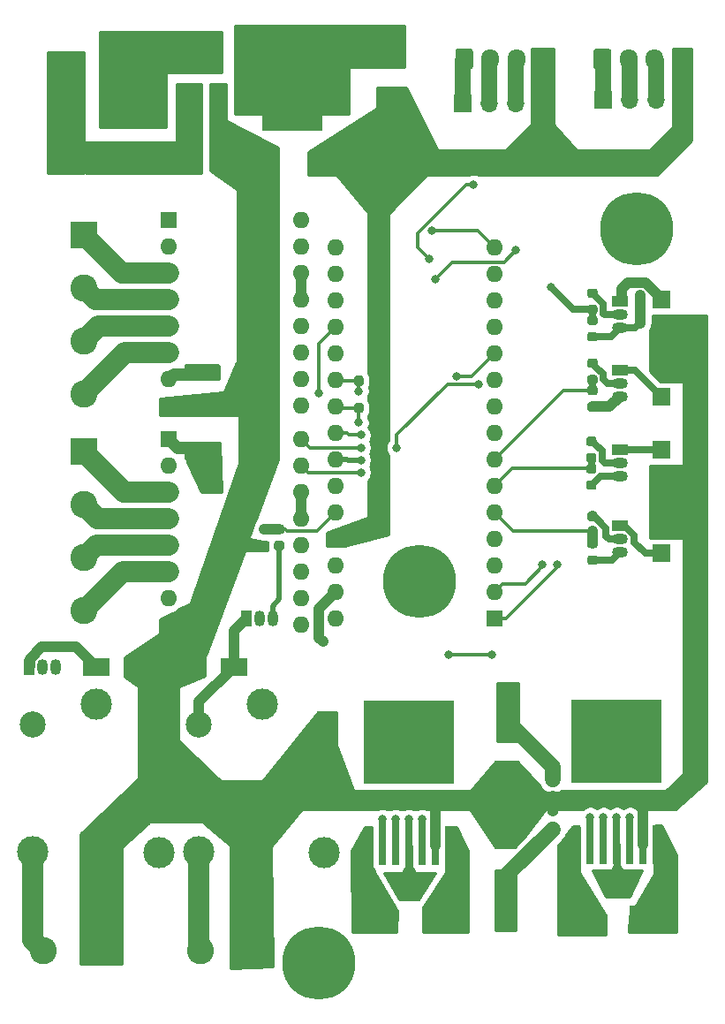
<source format=gbr>
G04 #@! TF.GenerationSoftware,KiCad,Pcbnew,(5.1.0)-1*
G04 #@! TF.CreationDate,2019-05-09T16:13:53+02:00*
G04 #@! TF.ProjectId,Actuator,41637475-6174-46f7-922e-6b696361645f,rev?*
G04 #@! TF.SameCoordinates,Original*
G04 #@! TF.FileFunction,Copper,L1,Top*
G04 #@! TF.FilePolarity,Positive*
%FSLAX46Y46*%
G04 Gerber Fmt 4.6, Leading zero omitted, Abs format (unit mm)*
G04 Created by KiCad (PCBNEW (5.1.0)-1) date 2019-05-09 16:13:53*
%MOMM*%
%LPD*%
G04 APERTURE LIST*
%ADD10C,7.000000*%
%ADD11C,0.800000*%
%ADD12C,0.100000*%
%ADD13C,0.875000*%
%ADD14C,2.600000*%
%ADD15R,2.600000X2.600000*%
%ADD16R,1.200000X2.200000*%
%ADD17R,5.800000X6.400000*%
%ADD18C,3.000000*%
%ADD19C,2.500000*%
%ADD20R,1.600000X1.600000*%
%ADD21O,1.600000X1.600000*%
%ADD22C,1.600000*%
%ADD23R,2.500000X1.800000*%
%ADD24R,1.700000X1.700000*%
%ADD25O,1.700000X1.700000*%
%ADD26C,1.700000*%
%ADD27O,1.700000X1.950000*%
%ADD28O,1.500000X1.050000*%
%ADD29R,1.500000X1.050000*%
%ADD30R,0.800000X0.900000*%
%ADD31R,1.050000X1.500000*%
%ADD32O,1.050000X1.500000*%
%ADD33R,8.670000X8.060000*%
%ADD34R,0.790000X3.690000*%
%ADD35C,1.500000*%
%ADD36C,0.300000*%
%ADD37C,0.700000*%
%ADD38C,1.200000*%
%ADD39C,0.500000*%
%ADD40C,1.000000*%
%ADD41C,2.000000*%
%ADD42C,0.254000*%
G04 APERTURE END LIST*
D10*
X123800000Y-98000000D03*
D11*
X126425000Y-98000000D03*
X125656155Y-99856155D03*
X123800000Y-100625000D03*
X121943845Y-99856155D03*
X121175000Y-98000000D03*
X121943845Y-96143845D03*
X123800000Y-95375000D03*
X125656155Y-96143845D03*
D12*
G36*
X118240191Y-78326053D02*
G01*
X118261426Y-78329203D01*
X118282250Y-78334419D01*
X118302462Y-78341651D01*
X118321868Y-78350830D01*
X118340281Y-78361866D01*
X118357524Y-78374654D01*
X118373430Y-78389070D01*
X118387846Y-78404976D01*
X118400634Y-78422219D01*
X118411670Y-78440632D01*
X118420849Y-78460038D01*
X118428081Y-78480250D01*
X118433297Y-78501074D01*
X118436447Y-78522309D01*
X118437500Y-78543750D01*
X118437500Y-79056250D01*
X118436447Y-79077691D01*
X118433297Y-79098926D01*
X118428081Y-79119750D01*
X118420849Y-79139962D01*
X118411670Y-79159368D01*
X118400634Y-79177781D01*
X118387846Y-79195024D01*
X118373430Y-79210930D01*
X118357524Y-79225346D01*
X118340281Y-79238134D01*
X118321868Y-79249170D01*
X118302462Y-79258349D01*
X118282250Y-79265581D01*
X118261426Y-79270797D01*
X118240191Y-79273947D01*
X118218750Y-79275000D01*
X117781250Y-79275000D01*
X117759809Y-79273947D01*
X117738574Y-79270797D01*
X117717750Y-79265581D01*
X117697538Y-79258349D01*
X117678132Y-79249170D01*
X117659719Y-79238134D01*
X117642476Y-79225346D01*
X117626570Y-79210930D01*
X117612154Y-79195024D01*
X117599366Y-79177781D01*
X117588330Y-79159368D01*
X117579151Y-79139962D01*
X117571919Y-79119750D01*
X117566703Y-79098926D01*
X117563553Y-79077691D01*
X117562500Y-79056250D01*
X117562500Y-78543750D01*
X117563553Y-78522309D01*
X117566703Y-78501074D01*
X117571919Y-78480250D01*
X117579151Y-78460038D01*
X117588330Y-78440632D01*
X117599366Y-78422219D01*
X117612154Y-78404976D01*
X117626570Y-78389070D01*
X117642476Y-78374654D01*
X117659719Y-78361866D01*
X117678132Y-78350830D01*
X117697538Y-78341651D01*
X117717750Y-78334419D01*
X117738574Y-78329203D01*
X117759809Y-78326053D01*
X117781250Y-78325000D01*
X118218750Y-78325000D01*
X118240191Y-78326053D01*
X118240191Y-78326053D01*
G37*
D13*
X118000000Y-78800000D03*
D12*
G36*
X119815191Y-78326053D02*
G01*
X119836426Y-78329203D01*
X119857250Y-78334419D01*
X119877462Y-78341651D01*
X119896868Y-78350830D01*
X119915281Y-78361866D01*
X119932524Y-78374654D01*
X119948430Y-78389070D01*
X119962846Y-78404976D01*
X119975634Y-78422219D01*
X119986670Y-78440632D01*
X119995849Y-78460038D01*
X120003081Y-78480250D01*
X120008297Y-78501074D01*
X120011447Y-78522309D01*
X120012500Y-78543750D01*
X120012500Y-79056250D01*
X120011447Y-79077691D01*
X120008297Y-79098926D01*
X120003081Y-79119750D01*
X119995849Y-79139962D01*
X119986670Y-79159368D01*
X119975634Y-79177781D01*
X119962846Y-79195024D01*
X119948430Y-79210930D01*
X119932524Y-79225346D01*
X119915281Y-79238134D01*
X119896868Y-79249170D01*
X119877462Y-79258349D01*
X119857250Y-79265581D01*
X119836426Y-79270797D01*
X119815191Y-79273947D01*
X119793750Y-79275000D01*
X119356250Y-79275000D01*
X119334809Y-79273947D01*
X119313574Y-79270797D01*
X119292750Y-79265581D01*
X119272538Y-79258349D01*
X119253132Y-79249170D01*
X119234719Y-79238134D01*
X119217476Y-79225346D01*
X119201570Y-79210930D01*
X119187154Y-79195024D01*
X119174366Y-79177781D01*
X119163330Y-79159368D01*
X119154151Y-79139962D01*
X119146919Y-79119750D01*
X119141703Y-79098926D01*
X119138553Y-79077691D01*
X119137500Y-79056250D01*
X119137500Y-78543750D01*
X119138553Y-78522309D01*
X119141703Y-78501074D01*
X119146919Y-78480250D01*
X119154151Y-78460038D01*
X119163330Y-78440632D01*
X119174366Y-78422219D01*
X119187154Y-78404976D01*
X119201570Y-78389070D01*
X119217476Y-78374654D01*
X119234719Y-78361866D01*
X119253132Y-78350830D01*
X119272538Y-78341651D01*
X119292750Y-78334419D01*
X119313574Y-78329203D01*
X119334809Y-78326053D01*
X119356250Y-78325000D01*
X119793750Y-78325000D01*
X119815191Y-78326053D01*
X119815191Y-78326053D01*
G37*
D13*
X119575000Y-78800000D03*
D12*
G36*
X118240191Y-80926053D02*
G01*
X118261426Y-80929203D01*
X118282250Y-80934419D01*
X118302462Y-80941651D01*
X118321868Y-80950830D01*
X118340281Y-80961866D01*
X118357524Y-80974654D01*
X118373430Y-80989070D01*
X118387846Y-81004976D01*
X118400634Y-81022219D01*
X118411670Y-81040632D01*
X118420849Y-81060038D01*
X118428081Y-81080250D01*
X118433297Y-81101074D01*
X118436447Y-81122309D01*
X118437500Y-81143750D01*
X118437500Y-81656250D01*
X118436447Y-81677691D01*
X118433297Y-81698926D01*
X118428081Y-81719750D01*
X118420849Y-81739962D01*
X118411670Y-81759368D01*
X118400634Y-81777781D01*
X118387846Y-81795024D01*
X118373430Y-81810930D01*
X118357524Y-81825346D01*
X118340281Y-81838134D01*
X118321868Y-81849170D01*
X118302462Y-81858349D01*
X118282250Y-81865581D01*
X118261426Y-81870797D01*
X118240191Y-81873947D01*
X118218750Y-81875000D01*
X117781250Y-81875000D01*
X117759809Y-81873947D01*
X117738574Y-81870797D01*
X117717750Y-81865581D01*
X117697538Y-81858349D01*
X117678132Y-81849170D01*
X117659719Y-81838134D01*
X117642476Y-81825346D01*
X117626570Y-81810930D01*
X117612154Y-81795024D01*
X117599366Y-81777781D01*
X117588330Y-81759368D01*
X117579151Y-81739962D01*
X117571919Y-81719750D01*
X117566703Y-81698926D01*
X117563553Y-81677691D01*
X117562500Y-81656250D01*
X117562500Y-81143750D01*
X117563553Y-81122309D01*
X117566703Y-81101074D01*
X117571919Y-81080250D01*
X117579151Y-81060038D01*
X117588330Y-81040632D01*
X117599366Y-81022219D01*
X117612154Y-81004976D01*
X117626570Y-80989070D01*
X117642476Y-80974654D01*
X117659719Y-80961866D01*
X117678132Y-80950830D01*
X117697538Y-80941651D01*
X117717750Y-80934419D01*
X117738574Y-80929203D01*
X117759809Y-80926053D01*
X117781250Y-80925000D01*
X118218750Y-80925000D01*
X118240191Y-80926053D01*
X118240191Y-80926053D01*
G37*
D13*
X118000000Y-81400000D03*
D12*
G36*
X119815191Y-80926053D02*
G01*
X119836426Y-80929203D01*
X119857250Y-80934419D01*
X119877462Y-80941651D01*
X119896868Y-80950830D01*
X119915281Y-80961866D01*
X119932524Y-80974654D01*
X119948430Y-80989070D01*
X119962846Y-81004976D01*
X119975634Y-81022219D01*
X119986670Y-81040632D01*
X119995849Y-81060038D01*
X120003081Y-81080250D01*
X120008297Y-81101074D01*
X120011447Y-81122309D01*
X120012500Y-81143750D01*
X120012500Y-81656250D01*
X120011447Y-81677691D01*
X120008297Y-81698926D01*
X120003081Y-81719750D01*
X119995849Y-81739962D01*
X119986670Y-81759368D01*
X119975634Y-81777781D01*
X119962846Y-81795024D01*
X119948430Y-81810930D01*
X119932524Y-81825346D01*
X119915281Y-81838134D01*
X119896868Y-81849170D01*
X119877462Y-81858349D01*
X119857250Y-81865581D01*
X119836426Y-81870797D01*
X119815191Y-81873947D01*
X119793750Y-81875000D01*
X119356250Y-81875000D01*
X119334809Y-81873947D01*
X119313574Y-81870797D01*
X119292750Y-81865581D01*
X119272538Y-81858349D01*
X119253132Y-81849170D01*
X119234719Y-81838134D01*
X119217476Y-81825346D01*
X119201570Y-81810930D01*
X119187154Y-81795024D01*
X119174366Y-81777781D01*
X119163330Y-81759368D01*
X119154151Y-81739962D01*
X119146919Y-81719750D01*
X119141703Y-81698926D01*
X119138553Y-81677691D01*
X119137500Y-81656250D01*
X119137500Y-81143750D01*
X119138553Y-81122309D01*
X119141703Y-81101074D01*
X119146919Y-81080250D01*
X119154151Y-81060038D01*
X119163330Y-81040632D01*
X119174366Y-81022219D01*
X119187154Y-81004976D01*
X119201570Y-80989070D01*
X119217476Y-80974654D01*
X119234719Y-80961866D01*
X119253132Y-80950830D01*
X119272538Y-80941651D01*
X119292750Y-80934419D01*
X119313574Y-80929203D01*
X119334809Y-80926053D01*
X119356250Y-80925000D01*
X119793750Y-80925000D01*
X119815191Y-80926053D01*
X119815191Y-80926053D01*
G37*
D13*
X119575000Y-81400000D03*
D14*
X91600000Y-80040000D03*
X91600000Y-74960000D03*
X91600000Y-69880000D03*
D15*
X91600000Y-64800000D03*
D11*
X116056155Y-132743845D03*
X114200000Y-131975000D03*
X112343845Y-132743845D03*
X111575000Y-134600000D03*
X112343845Y-136456155D03*
X114200000Y-137225000D03*
X116056155Y-136456155D03*
X116825000Y-134600000D03*
D10*
X114200000Y-134600000D03*
D11*
X146456155Y-62343845D03*
X144600000Y-61575000D03*
X142743845Y-62343845D03*
X141975000Y-64200000D03*
X142743845Y-66056155D03*
X144600000Y-66825000D03*
X146456155Y-66056155D03*
X147225000Y-64200000D03*
D10*
X144600000Y-64200000D03*
D14*
X120400000Y-130400000D03*
D15*
X125400000Y-130400000D03*
D16*
X109300000Y-57960000D03*
X113860000Y-57960000D03*
D17*
X111580000Y-51660000D03*
D18*
X108700000Y-109800000D03*
D19*
X114650000Y-111750000D03*
D18*
X114700000Y-124000000D03*
X102650000Y-123950000D03*
D19*
X102650000Y-111750000D03*
D18*
X92800000Y-109800000D03*
D19*
X98750000Y-111750000D03*
D18*
X98800000Y-124000000D03*
X86750000Y-123950000D03*
D19*
X86750000Y-111750000D03*
D20*
X131000000Y-101600000D03*
D21*
X115760000Y-68580000D03*
X131000000Y-99060000D03*
X115760000Y-71120000D03*
X131000000Y-96520000D03*
X115760000Y-73660000D03*
X131000000Y-93980000D03*
X115760000Y-76200000D03*
X131000000Y-91440000D03*
X115760000Y-78740000D03*
X131000000Y-88900000D03*
X115760000Y-81280000D03*
X131000000Y-86360000D03*
X115760000Y-83820000D03*
X131000000Y-83820000D03*
X115760000Y-86360000D03*
X131000000Y-81280000D03*
X115760000Y-88900000D03*
X131000000Y-78740000D03*
X115760000Y-91440000D03*
X131000000Y-76200000D03*
X115760000Y-93980000D03*
X131000000Y-73660000D03*
X115760000Y-96520000D03*
X131000000Y-71120000D03*
X115760000Y-99060000D03*
X131000000Y-68580000D03*
X115760000Y-101600000D03*
X131000000Y-66040000D03*
X115760000Y-66040000D03*
X112500000Y-84400000D03*
X99800000Y-102180000D03*
X112500000Y-86940000D03*
X99800000Y-99640000D03*
X112500000Y-89480000D03*
X99800000Y-97100000D03*
X112500000Y-92020000D03*
X99800000Y-94560000D03*
X112500000Y-94560000D03*
X99800000Y-92020000D03*
X112500000Y-97100000D03*
X99800000Y-89480000D03*
X112500000Y-99640000D03*
X99800000Y-86940000D03*
X112500000Y-102180000D03*
D20*
X99800000Y-84400000D03*
X99800000Y-63400000D03*
D21*
X112500000Y-81180000D03*
X99800000Y-65940000D03*
X112500000Y-78640000D03*
X99800000Y-68480000D03*
X112500000Y-76100000D03*
X99800000Y-71020000D03*
X112500000Y-73560000D03*
X99800000Y-73560000D03*
X112500000Y-71020000D03*
X99800000Y-76100000D03*
X112500000Y-68480000D03*
X99800000Y-78640000D03*
X112500000Y-65940000D03*
X99800000Y-81180000D03*
X112500000Y-63400000D03*
D12*
G36*
X104327691Y-52076053D02*
G01*
X104348926Y-52079203D01*
X104369750Y-52084419D01*
X104389962Y-52091651D01*
X104409368Y-52100830D01*
X104427781Y-52111866D01*
X104445024Y-52124654D01*
X104460930Y-52139070D01*
X104475346Y-52154976D01*
X104488134Y-52172219D01*
X104499170Y-52190632D01*
X104508349Y-52210038D01*
X104515581Y-52230250D01*
X104520797Y-52251074D01*
X104523947Y-52272309D01*
X104525000Y-52293750D01*
X104525000Y-52806250D01*
X104523947Y-52827691D01*
X104520797Y-52848926D01*
X104515581Y-52869750D01*
X104508349Y-52889962D01*
X104499170Y-52909368D01*
X104488134Y-52927781D01*
X104475346Y-52945024D01*
X104460930Y-52960930D01*
X104445024Y-52975346D01*
X104427781Y-52988134D01*
X104409368Y-52999170D01*
X104389962Y-53008349D01*
X104369750Y-53015581D01*
X104348926Y-53020797D01*
X104327691Y-53023947D01*
X104306250Y-53025000D01*
X103868750Y-53025000D01*
X103847309Y-53023947D01*
X103826074Y-53020797D01*
X103805250Y-53015581D01*
X103785038Y-53008349D01*
X103765632Y-52999170D01*
X103747219Y-52988134D01*
X103729976Y-52975346D01*
X103714070Y-52960930D01*
X103699654Y-52945024D01*
X103686866Y-52927781D01*
X103675830Y-52909368D01*
X103666651Y-52889962D01*
X103659419Y-52869750D01*
X103654203Y-52848926D01*
X103651053Y-52827691D01*
X103650000Y-52806250D01*
X103650000Y-52293750D01*
X103651053Y-52272309D01*
X103654203Y-52251074D01*
X103659419Y-52230250D01*
X103666651Y-52210038D01*
X103675830Y-52190632D01*
X103686866Y-52172219D01*
X103699654Y-52154976D01*
X103714070Y-52139070D01*
X103729976Y-52124654D01*
X103747219Y-52111866D01*
X103765632Y-52100830D01*
X103785038Y-52091651D01*
X103805250Y-52084419D01*
X103826074Y-52079203D01*
X103847309Y-52076053D01*
X103868750Y-52075000D01*
X104306250Y-52075000D01*
X104327691Y-52076053D01*
X104327691Y-52076053D01*
G37*
D13*
X104087500Y-52550000D03*
D12*
G36*
X102752691Y-52076053D02*
G01*
X102773926Y-52079203D01*
X102794750Y-52084419D01*
X102814962Y-52091651D01*
X102834368Y-52100830D01*
X102852781Y-52111866D01*
X102870024Y-52124654D01*
X102885930Y-52139070D01*
X102900346Y-52154976D01*
X102913134Y-52172219D01*
X102924170Y-52190632D01*
X102933349Y-52210038D01*
X102940581Y-52230250D01*
X102945797Y-52251074D01*
X102948947Y-52272309D01*
X102950000Y-52293750D01*
X102950000Y-52806250D01*
X102948947Y-52827691D01*
X102945797Y-52848926D01*
X102940581Y-52869750D01*
X102933349Y-52889962D01*
X102924170Y-52909368D01*
X102913134Y-52927781D01*
X102900346Y-52945024D01*
X102885930Y-52960930D01*
X102870024Y-52975346D01*
X102852781Y-52988134D01*
X102834368Y-52999170D01*
X102814962Y-53008349D01*
X102794750Y-53015581D01*
X102773926Y-53020797D01*
X102752691Y-53023947D01*
X102731250Y-53025000D01*
X102293750Y-53025000D01*
X102272309Y-53023947D01*
X102251074Y-53020797D01*
X102230250Y-53015581D01*
X102210038Y-53008349D01*
X102190632Y-52999170D01*
X102172219Y-52988134D01*
X102154976Y-52975346D01*
X102139070Y-52960930D01*
X102124654Y-52945024D01*
X102111866Y-52927781D01*
X102100830Y-52909368D01*
X102091651Y-52889962D01*
X102084419Y-52869750D01*
X102079203Y-52848926D01*
X102076053Y-52827691D01*
X102075000Y-52806250D01*
X102075000Y-52293750D01*
X102076053Y-52272309D01*
X102079203Y-52251074D01*
X102084419Y-52230250D01*
X102091651Y-52210038D01*
X102100830Y-52190632D01*
X102111866Y-52172219D01*
X102124654Y-52154976D01*
X102139070Y-52139070D01*
X102154976Y-52124654D01*
X102172219Y-52111866D01*
X102190632Y-52100830D01*
X102210038Y-52091651D01*
X102230250Y-52084419D01*
X102251074Y-52079203D01*
X102272309Y-52076053D01*
X102293750Y-52075000D01*
X102731250Y-52075000D01*
X102752691Y-52076053D01*
X102752691Y-52076053D01*
G37*
D13*
X102512500Y-52550000D03*
D12*
G36*
X101424504Y-56301204D02*
G01*
X101448773Y-56304804D01*
X101472571Y-56310765D01*
X101495671Y-56319030D01*
X101517849Y-56329520D01*
X101538893Y-56342133D01*
X101558598Y-56356747D01*
X101576777Y-56373223D01*
X101593253Y-56391402D01*
X101607867Y-56411107D01*
X101620480Y-56432151D01*
X101630970Y-56454329D01*
X101639235Y-56477429D01*
X101645196Y-56501227D01*
X101648796Y-56525496D01*
X101650000Y-56550000D01*
X101650000Y-57650000D01*
X101648796Y-57674504D01*
X101645196Y-57698773D01*
X101639235Y-57722571D01*
X101630970Y-57745671D01*
X101620480Y-57767849D01*
X101607867Y-57788893D01*
X101593253Y-57808598D01*
X101576777Y-57826777D01*
X101558598Y-57843253D01*
X101538893Y-57857867D01*
X101517849Y-57870480D01*
X101495671Y-57880970D01*
X101472571Y-57889235D01*
X101448773Y-57895196D01*
X101424504Y-57898796D01*
X101400000Y-57900000D01*
X98400000Y-57900000D01*
X98375496Y-57898796D01*
X98351227Y-57895196D01*
X98327429Y-57889235D01*
X98304329Y-57880970D01*
X98282151Y-57870480D01*
X98261107Y-57857867D01*
X98241402Y-57843253D01*
X98223223Y-57826777D01*
X98206747Y-57808598D01*
X98192133Y-57788893D01*
X98179520Y-57767849D01*
X98169030Y-57745671D01*
X98160765Y-57722571D01*
X98154804Y-57698773D01*
X98151204Y-57674504D01*
X98150000Y-57650000D01*
X98150000Y-56550000D01*
X98151204Y-56525496D01*
X98154804Y-56501227D01*
X98160765Y-56477429D01*
X98169030Y-56454329D01*
X98179520Y-56432151D01*
X98192133Y-56411107D01*
X98206747Y-56391402D01*
X98223223Y-56373223D01*
X98241402Y-56356747D01*
X98261107Y-56342133D01*
X98282151Y-56329520D01*
X98304329Y-56319030D01*
X98327429Y-56310765D01*
X98351227Y-56304804D01*
X98375496Y-56301204D01*
X98400000Y-56300000D01*
X101400000Y-56300000D01*
X101424504Y-56301204D01*
X101424504Y-56301204D01*
G37*
D22*
X99900000Y-57100000D03*
D12*
G36*
X107024504Y-56301204D02*
G01*
X107048773Y-56304804D01*
X107072571Y-56310765D01*
X107095671Y-56319030D01*
X107117849Y-56329520D01*
X107138893Y-56342133D01*
X107158598Y-56356747D01*
X107176777Y-56373223D01*
X107193253Y-56391402D01*
X107207867Y-56411107D01*
X107220480Y-56432151D01*
X107230970Y-56454329D01*
X107239235Y-56477429D01*
X107245196Y-56501227D01*
X107248796Y-56525496D01*
X107250000Y-56550000D01*
X107250000Y-57650000D01*
X107248796Y-57674504D01*
X107245196Y-57698773D01*
X107239235Y-57722571D01*
X107230970Y-57745671D01*
X107220480Y-57767849D01*
X107207867Y-57788893D01*
X107193253Y-57808598D01*
X107176777Y-57826777D01*
X107158598Y-57843253D01*
X107138893Y-57857867D01*
X107117849Y-57870480D01*
X107095671Y-57880970D01*
X107072571Y-57889235D01*
X107048773Y-57895196D01*
X107024504Y-57898796D01*
X107000000Y-57900000D01*
X104000000Y-57900000D01*
X103975496Y-57898796D01*
X103951227Y-57895196D01*
X103927429Y-57889235D01*
X103904329Y-57880970D01*
X103882151Y-57870480D01*
X103861107Y-57857867D01*
X103841402Y-57843253D01*
X103823223Y-57826777D01*
X103806747Y-57808598D01*
X103792133Y-57788893D01*
X103779520Y-57767849D01*
X103769030Y-57745671D01*
X103760765Y-57722571D01*
X103754804Y-57698773D01*
X103751204Y-57674504D01*
X103750000Y-57650000D01*
X103750000Y-56550000D01*
X103751204Y-56525496D01*
X103754804Y-56501227D01*
X103760765Y-56477429D01*
X103769030Y-56454329D01*
X103779520Y-56432151D01*
X103792133Y-56411107D01*
X103806747Y-56391402D01*
X103823223Y-56373223D01*
X103841402Y-56356747D01*
X103861107Y-56342133D01*
X103882151Y-56329520D01*
X103904329Y-56319030D01*
X103927429Y-56310765D01*
X103951227Y-56304804D01*
X103975496Y-56301204D01*
X104000000Y-56300000D01*
X107000000Y-56300000D01*
X107024504Y-56301204D01*
X107024504Y-56301204D01*
G37*
D22*
X105500000Y-57100000D03*
D12*
G36*
X121714504Y-50651204D02*
G01*
X121738773Y-50654804D01*
X121762571Y-50660765D01*
X121785671Y-50669030D01*
X121807849Y-50679520D01*
X121828893Y-50692133D01*
X121848598Y-50706747D01*
X121866777Y-50723223D01*
X121883253Y-50741402D01*
X121897867Y-50761107D01*
X121910480Y-50782151D01*
X121920970Y-50804329D01*
X121929235Y-50827429D01*
X121935196Y-50851227D01*
X121938796Y-50875496D01*
X121940000Y-50900000D01*
X121940000Y-53900000D01*
X121938796Y-53924504D01*
X121935196Y-53948773D01*
X121929235Y-53972571D01*
X121920970Y-53995671D01*
X121910480Y-54017849D01*
X121897867Y-54038893D01*
X121883253Y-54058598D01*
X121866777Y-54076777D01*
X121848598Y-54093253D01*
X121828893Y-54107867D01*
X121807849Y-54120480D01*
X121785671Y-54130970D01*
X121762571Y-54139235D01*
X121738773Y-54145196D01*
X121714504Y-54148796D01*
X121690000Y-54150000D01*
X120590000Y-54150000D01*
X120565496Y-54148796D01*
X120541227Y-54145196D01*
X120517429Y-54139235D01*
X120494329Y-54130970D01*
X120472151Y-54120480D01*
X120451107Y-54107867D01*
X120431402Y-54093253D01*
X120413223Y-54076777D01*
X120396747Y-54058598D01*
X120382133Y-54038893D01*
X120369520Y-54017849D01*
X120359030Y-53995671D01*
X120350765Y-53972571D01*
X120344804Y-53948773D01*
X120341204Y-53924504D01*
X120340000Y-53900000D01*
X120340000Y-50900000D01*
X120341204Y-50875496D01*
X120344804Y-50851227D01*
X120350765Y-50827429D01*
X120359030Y-50804329D01*
X120369520Y-50782151D01*
X120382133Y-50761107D01*
X120396747Y-50741402D01*
X120413223Y-50723223D01*
X120431402Y-50706747D01*
X120451107Y-50692133D01*
X120472151Y-50679520D01*
X120494329Y-50669030D01*
X120517429Y-50660765D01*
X120541227Y-50654804D01*
X120565496Y-50651204D01*
X120590000Y-50650000D01*
X121690000Y-50650000D01*
X121714504Y-50651204D01*
X121714504Y-50651204D01*
G37*
D22*
X121140000Y-52400000D03*
D12*
G36*
X121714504Y-45051204D02*
G01*
X121738773Y-45054804D01*
X121762571Y-45060765D01*
X121785671Y-45069030D01*
X121807849Y-45079520D01*
X121828893Y-45092133D01*
X121848598Y-45106747D01*
X121866777Y-45123223D01*
X121883253Y-45141402D01*
X121897867Y-45161107D01*
X121910480Y-45182151D01*
X121920970Y-45204329D01*
X121929235Y-45227429D01*
X121935196Y-45251227D01*
X121938796Y-45275496D01*
X121940000Y-45300000D01*
X121940000Y-48300000D01*
X121938796Y-48324504D01*
X121935196Y-48348773D01*
X121929235Y-48372571D01*
X121920970Y-48395671D01*
X121910480Y-48417849D01*
X121897867Y-48438893D01*
X121883253Y-48458598D01*
X121866777Y-48476777D01*
X121848598Y-48493253D01*
X121828893Y-48507867D01*
X121807849Y-48520480D01*
X121785671Y-48530970D01*
X121762571Y-48539235D01*
X121738773Y-48545196D01*
X121714504Y-48548796D01*
X121690000Y-48550000D01*
X120590000Y-48550000D01*
X120565496Y-48548796D01*
X120541227Y-48545196D01*
X120517429Y-48539235D01*
X120494329Y-48530970D01*
X120472151Y-48520480D01*
X120451107Y-48507867D01*
X120431402Y-48493253D01*
X120413223Y-48476777D01*
X120396747Y-48458598D01*
X120382133Y-48438893D01*
X120369520Y-48417849D01*
X120359030Y-48395671D01*
X120350765Y-48372571D01*
X120344804Y-48348773D01*
X120341204Y-48324504D01*
X120340000Y-48300000D01*
X120340000Y-45300000D01*
X120341204Y-45275496D01*
X120344804Y-45251227D01*
X120350765Y-45227429D01*
X120359030Y-45204329D01*
X120369520Y-45182151D01*
X120382133Y-45161107D01*
X120396747Y-45141402D01*
X120413223Y-45123223D01*
X120431402Y-45106747D01*
X120451107Y-45092133D01*
X120472151Y-45079520D01*
X120494329Y-45069030D01*
X120517429Y-45060765D01*
X120541227Y-45054804D01*
X120565496Y-45051204D01*
X120590000Y-45050000D01*
X121690000Y-45050000D01*
X121714504Y-45051204D01*
X121714504Y-45051204D01*
G37*
D22*
X121140000Y-46800000D03*
D12*
G36*
X104524504Y-77201204D02*
G01*
X104548773Y-77204804D01*
X104572571Y-77210765D01*
X104595671Y-77219030D01*
X104617849Y-77229520D01*
X104638893Y-77242133D01*
X104658598Y-77256747D01*
X104676777Y-77273223D01*
X104693253Y-77291402D01*
X104707867Y-77311107D01*
X104720480Y-77332151D01*
X104730970Y-77354329D01*
X104739235Y-77377429D01*
X104745196Y-77401227D01*
X104748796Y-77425496D01*
X104750000Y-77450000D01*
X104750000Y-78550000D01*
X104748796Y-78574504D01*
X104745196Y-78598773D01*
X104739235Y-78622571D01*
X104730970Y-78645671D01*
X104720480Y-78667849D01*
X104707867Y-78688893D01*
X104693253Y-78708598D01*
X104676777Y-78726777D01*
X104658598Y-78743253D01*
X104638893Y-78757867D01*
X104617849Y-78770480D01*
X104595671Y-78780970D01*
X104572571Y-78789235D01*
X104548773Y-78795196D01*
X104524504Y-78798796D01*
X104500000Y-78800000D01*
X101500000Y-78800000D01*
X101475496Y-78798796D01*
X101451227Y-78795196D01*
X101427429Y-78789235D01*
X101404329Y-78780970D01*
X101382151Y-78770480D01*
X101361107Y-78757867D01*
X101341402Y-78743253D01*
X101323223Y-78726777D01*
X101306747Y-78708598D01*
X101292133Y-78688893D01*
X101279520Y-78667849D01*
X101269030Y-78645671D01*
X101260765Y-78622571D01*
X101254804Y-78598773D01*
X101251204Y-78574504D01*
X101250000Y-78550000D01*
X101250000Y-77450000D01*
X101251204Y-77425496D01*
X101254804Y-77401227D01*
X101260765Y-77377429D01*
X101269030Y-77354329D01*
X101279520Y-77332151D01*
X101292133Y-77311107D01*
X101306747Y-77291402D01*
X101323223Y-77273223D01*
X101341402Y-77256747D01*
X101361107Y-77242133D01*
X101382151Y-77229520D01*
X101404329Y-77219030D01*
X101427429Y-77210765D01*
X101451227Y-77204804D01*
X101475496Y-77201204D01*
X101500000Y-77200000D01*
X104500000Y-77200000D01*
X104524504Y-77201204D01*
X104524504Y-77201204D01*
G37*
D22*
X103000000Y-78000000D03*
D12*
G36*
X110124504Y-77201204D02*
G01*
X110148773Y-77204804D01*
X110172571Y-77210765D01*
X110195671Y-77219030D01*
X110217849Y-77229520D01*
X110238893Y-77242133D01*
X110258598Y-77256747D01*
X110276777Y-77273223D01*
X110293253Y-77291402D01*
X110307867Y-77311107D01*
X110320480Y-77332151D01*
X110330970Y-77354329D01*
X110339235Y-77377429D01*
X110345196Y-77401227D01*
X110348796Y-77425496D01*
X110350000Y-77450000D01*
X110350000Y-78550000D01*
X110348796Y-78574504D01*
X110345196Y-78598773D01*
X110339235Y-78622571D01*
X110330970Y-78645671D01*
X110320480Y-78667849D01*
X110307867Y-78688893D01*
X110293253Y-78708598D01*
X110276777Y-78726777D01*
X110258598Y-78743253D01*
X110238893Y-78757867D01*
X110217849Y-78770480D01*
X110195671Y-78780970D01*
X110172571Y-78789235D01*
X110148773Y-78795196D01*
X110124504Y-78798796D01*
X110100000Y-78800000D01*
X107100000Y-78800000D01*
X107075496Y-78798796D01*
X107051227Y-78795196D01*
X107027429Y-78789235D01*
X107004329Y-78780970D01*
X106982151Y-78770480D01*
X106961107Y-78757867D01*
X106941402Y-78743253D01*
X106923223Y-78726777D01*
X106906747Y-78708598D01*
X106892133Y-78688893D01*
X106879520Y-78667849D01*
X106869030Y-78645671D01*
X106860765Y-78622571D01*
X106854804Y-78598773D01*
X106851204Y-78574504D01*
X106850000Y-78550000D01*
X106850000Y-77450000D01*
X106851204Y-77425496D01*
X106854804Y-77401227D01*
X106860765Y-77377429D01*
X106869030Y-77354329D01*
X106879520Y-77332151D01*
X106892133Y-77311107D01*
X106906747Y-77291402D01*
X106923223Y-77273223D01*
X106941402Y-77256747D01*
X106961107Y-77242133D01*
X106982151Y-77229520D01*
X107004329Y-77219030D01*
X107027429Y-77210765D01*
X107051227Y-77204804D01*
X107075496Y-77201204D01*
X107100000Y-77200000D01*
X110100000Y-77200000D01*
X110124504Y-77201204D01*
X110124504Y-77201204D01*
G37*
D22*
X108600000Y-78000000D03*
D12*
G36*
X110124504Y-84801204D02*
G01*
X110148773Y-84804804D01*
X110172571Y-84810765D01*
X110195671Y-84819030D01*
X110217849Y-84829520D01*
X110238893Y-84842133D01*
X110258598Y-84856747D01*
X110276777Y-84873223D01*
X110293253Y-84891402D01*
X110307867Y-84911107D01*
X110320480Y-84932151D01*
X110330970Y-84954329D01*
X110339235Y-84977429D01*
X110345196Y-85001227D01*
X110348796Y-85025496D01*
X110350000Y-85050000D01*
X110350000Y-86150000D01*
X110348796Y-86174504D01*
X110345196Y-86198773D01*
X110339235Y-86222571D01*
X110330970Y-86245671D01*
X110320480Y-86267849D01*
X110307867Y-86288893D01*
X110293253Y-86308598D01*
X110276777Y-86326777D01*
X110258598Y-86343253D01*
X110238893Y-86357867D01*
X110217849Y-86370480D01*
X110195671Y-86380970D01*
X110172571Y-86389235D01*
X110148773Y-86395196D01*
X110124504Y-86398796D01*
X110100000Y-86400000D01*
X107100000Y-86400000D01*
X107075496Y-86398796D01*
X107051227Y-86395196D01*
X107027429Y-86389235D01*
X107004329Y-86380970D01*
X106982151Y-86370480D01*
X106961107Y-86357867D01*
X106941402Y-86343253D01*
X106923223Y-86326777D01*
X106906747Y-86308598D01*
X106892133Y-86288893D01*
X106879520Y-86267849D01*
X106869030Y-86245671D01*
X106860765Y-86222571D01*
X106854804Y-86198773D01*
X106851204Y-86174504D01*
X106850000Y-86150000D01*
X106850000Y-85050000D01*
X106851204Y-85025496D01*
X106854804Y-85001227D01*
X106860765Y-84977429D01*
X106869030Y-84954329D01*
X106879520Y-84932151D01*
X106892133Y-84911107D01*
X106906747Y-84891402D01*
X106923223Y-84873223D01*
X106941402Y-84856747D01*
X106961107Y-84842133D01*
X106982151Y-84829520D01*
X107004329Y-84819030D01*
X107027429Y-84810765D01*
X107051227Y-84804804D01*
X107075496Y-84801204D01*
X107100000Y-84800000D01*
X110100000Y-84800000D01*
X110124504Y-84801204D01*
X110124504Y-84801204D01*
G37*
D22*
X108600000Y-85600000D03*
D12*
G36*
X104524504Y-84801204D02*
G01*
X104548773Y-84804804D01*
X104572571Y-84810765D01*
X104595671Y-84819030D01*
X104617849Y-84829520D01*
X104638893Y-84842133D01*
X104658598Y-84856747D01*
X104676777Y-84873223D01*
X104693253Y-84891402D01*
X104707867Y-84911107D01*
X104720480Y-84932151D01*
X104730970Y-84954329D01*
X104739235Y-84977429D01*
X104745196Y-85001227D01*
X104748796Y-85025496D01*
X104750000Y-85050000D01*
X104750000Y-86150000D01*
X104748796Y-86174504D01*
X104745196Y-86198773D01*
X104739235Y-86222571D01*
X104730970Y-86245671D01*
X104720480Y-86267849D01*
X104707867Y-86288893D01*
X104693253Y-86308598D01*
X104676777Y-86326777D01*
X104658598Y-86343253D01*
X104638893Y-86357867D01*
X104617849Y-86370480D01*
X104595671Y-86380970D01*
X104572571Y-86389235D01*
X104548773Y-86395196D01*
X104524504Y-86398796D01*
X104500000Y-86400000D01*
X101500000Y-86400000D01*
X101475496Y-86398796D01*
X101451227Y-86395196D01*
X101427429Y-86389235D01*
X101404329Y-86380970D01*
X101382151Y-86370480D01*
X101361107Y-86357867D01*
X101341402Y-86343253D01*
X101323223Y-86326777D01*
X101306747Y-86308598D01*
X101292133Y-86288893D01*
X101279520Y-86267849D01*
X101269030Y-86245671D01*
X101260765Y-86222571D01*
X101254804Y-86198773D01*
X101251204Y-86174504D01*
X101250000Y-86150000D01*
X101250000Y-85050000D01*
X101251204Y-85025496D01*
X101254804Y-85001227D01*
X101260765Y-84977429D01*
X101269030Y-84954329D01*
X101279520Y-84932151D01*
X101292133Y-84911107D01*
X101306747Y-84891402D01*
X101323223Y-84873223D01*
X101341402Y-84856747D01*
X101361107Y-84842133D01*
X101382151Y-84829520D01*
X101404329Y-84819030D01*
X101427429Y-84810765D01*
X101451227Y-84804804D01*
X101475496Y-84801204D01*
X101500000Y-84800000D01*
X104500000Y-84800000D01*
X104524504Y-84801204D01*
X104524504Y-84801204D01*
G37*
D22*
X103000000Y-85600000D03*
D12*
G36*
X136877691Y-119563553D02*
G01*
X136898926Y-119566703D01*
X136919750Y-119571919D01*
X136939962Y-119579151D01*
X136959368Y-119588330D01*
X136977781Y-119599366D01*
X136995024Y-119612154D01*
X137010930Y-119626570D01*
X137025346Y-119642476D01*
X137038134Y-119659719D01*
X137049170Y-119678132D01*
X137058349Y-119697538D01*
X137065581Y-119717750D01*
X137070797Y-119738574D01*
X137073947Y-119759809D01*
X137075000Y-119781250D01*
X137075000Y-120218750D01*
X137073947Y-120240191D01*
X137070797Y-120261426D01*
X137065581Y-120282250D01*
X137058349Y-120302462D01*
X137049170Y-120321868D01*
X137038134Y-120340281D01*
X137025346Y-120357524D01*
X137010930Y-120373430D01*
X136995024Y-120387846D01*
X136977781Y-120400634D01*
X136959368Y-120411670D01*
X136939962Y-120420849D01*
X136919750Y-120428081D01*
X136898926Y-120433297D01*
X136877691Y-120436447D01*
X136856250Y-120437500D01*
X136343750Y-120437500D01*
X136322309Y-120436447D01*
X136301074Y-120433297D01*
X136280250Y-120428081D01*
X136260038Y-120420849D01*
X136240632Y-120411670D01*
X136222219Y-120400634D01*
X136204976Y-120387846D01*
X136189070Y-120373430D01*
X136174654Y-120357524D01*
X136161866Y-120340281D01*
X136150830Y-120321868D01*
X136141651Y-120302462D01*
X136134419Y-120282250D01*
X136129203Y-120261426D01*
X136126053Y-120240191D01*
X136125000Y-120218750D01*
X136125000Y-119781250D01*
X136126053Y-119759809D01*
X136129203Y-119738574D01*
X136134419Y-119717750D01*
X136141651Y-119697538D01*
X136150830Y-119678132D01*
X136161866Y-119659719D01*
X136174654Y-119642476D01*
X136189070Y-119626570D01*
X136204976Y-119612154D01*
X136222219Y-119599366D01*
X136240632Y-119588330D01*
X136260038Y-119579151D01*
X136280250Y-119571919D01*
X136301074Y-119566703D01*
X136322309Y-119563553D01*
X136343750Y-119562500D01*
X136856250Y-119562500D01*
X136877691Y-119563553D01*
X136877691Y-119563553D01*
G37*
D13*
X136600000Y-120000000D03*
D12*
G36*
X136877691Y-121138553D02*
G01*
X136898926Y-121141703D01*
X136919750Y-121146919D01*
X136939962Y-121154151D01*
X136959368Y-121163330D01*
X136977781Y-121174366D01*
X136995024Y-121187154D01*
X137010930Y-121201570D01*
X137025346Y-121217476D01*
X137038134Y-121234719D01*
X137049170Y-121253132D01*
X137058349Y-121272538D01*
X137065581Y-121292750D01*
X137070797Y-121313574D01*
X137073947Y-121334809D01*
X137075000Y-121356250D01*
X137075000Y-121793750D01*
X137073947Y-121815191D01*
X137070797Y-121836426D01*
X137065581Y-121857250D01*
X137058349Y-121877462D01*
X137049170Y-121896868D01*
X137038134Y-121915281D01*
X137025346Y-121932524D01*
X137010930Y-121948430D01*
X136995024Y-121962846D01*
X136977781Y-121975634D01*
X136959368Y-121986670D01*
X136939962Y-121995849D01*
X136919750Y-122003081D01*
X136898926Y-122008297D01*
X136877691Y-122011447D01*
X136856250Y-122012500D01*
X136343750Y-122012500D01*
X136322309Y-122011447D01*
X136301074Y-122008297D01*
X136280250Y-122003081D01*
X136260038Y-121995849D01*
X136240632Y-121986670D01*
X136222219Y-121975634D01*
X136204976Y-121962846D01*
X136189070Y-121948430D01*
X136174654Y-121932524D01*
X136161866Y-121915281D01*
X136150830Y-121896868D01*
X136141651Y-121877462D01*
X136134419Y-121857250D01*
X136129203Y-121836426D01*
X136126053Y-121815191D01*
X136125000Y-121793750D01*
X136125000Y-121356250D01*
X136126053Y-121334809D01*
X136129203Y-121313574D01*
X136134419Y-121292750D01*
X136141651Y-121272538D01*
X136150830Y-121253132D01*
X136161866Y-121234719D01*
X136174654Y-121217476D01*
X136189070Y-121201570D01*
X136204976Y-121187154D01*
X136222219Y-121174366D01*
X136240632Y-121163330D01*
X136260038Y-121154151D01*
X136280250Y-121146919D01*
X136301074Y-121141703D01*
X136322309Y-121138553D01*
X136343750Y-121137500D01*
X136856250Y-121137500D01*
X136877691Y-121138553D01*
X136877691Y-121138553D01*
G37*
D13*
X136600000Y-121575000D03*
D12*
G36*
X136877691Y-116563553D02*
G01*
X136898926Y-116566703D01*
X136919750Y-116571919D01*
X136939962Y-116579151D01*
X136959368Y-116588330D01*
X136977781Y-116599366D01*
X136995024Y-116612154D01*
X137010930Y-116626570D01*
X137025346Y-116642476D01*
X137038134Y-116659719D01*
X137049170Y-116678132D01*
X137058349Y-116697538D01*
X137065581Y-116717750D01*
X137070797Y-116738574D01*
X137073947Y-116759809D01*
X137075000Y-116781250D01*
X137075000Y-117218750D01*
X137073947Y-117240191D01*
X137070797Y-117261426D01*
X137065581Y-117282250D01*
X137058349Y-117302462D01*
X137049170Y-117321868D01*
X137038134Y-117340281D01*
X137025346Y-117357524D01*
X137010930Y-117373430D01*
X136995024Y-117387846D01*
X136977781Y-117400634D01*
X136959368Y-117411670D01*
X136939962Y-117420849D01*
X136919750Y-117428081D01*
X136898926Y-117433297D01*
X136877691Y-117436447D01*
X136856250Y-117437500D01*
X136343750Y-117437500D01*
X136322309Y-117436447D01*
X136301074Y-117433297D01*
X136280250Y-117428081D01*
X136260038Y-117420849D01*
X136240632Y-117411670D01*
X136222219Y-117400634D01*
X136204976Y-117387846D01*
X136189070Y-117373430D01*
X136174654Y-117357524D01*
X136161866Y-117340281D01*
X136150830Y-117321868D01*
X136141651Y-117302462D01*
X136134419Y-117282250D01*
X136129203Y-117261426D01*
X136126053Y-117240191D01*
X136125000Y-117218750D01*
X136125000Y-116781250D01*
X136126053Y-116759809D01*
X136129203Y-116738574D01*
X136134419Y-116717750D01*
X136141651Y-116697538D01*
X136150830Y-116678132D01*
X136161866Y-116659719D01*
X136174654Y-116642476D01*
X136189070Y-116626570D01*
X136204976Y-116612154D01*
X136222219Y-116599366D01*
X136240632Y-116588330D01*
X136260038Y-116579151D01*
X136280250Y-116571919D01*
X136301074Y-116566703D01*
X136322309Y-116563553D01*
X136343750Y-116562500D01*
X136856250Y-116562500D01*
X136877691Y-116563553D01*
X136877691Y-116563553D01*
G37*
D13*
X136600000Y-117000000D03*
D12*
G36*
X136877691Y-118138553D02*
G01*
X136898926Y-118141703D01*
X136919750Y-118146919D01*
X136939962Y-118154151D01*
X136959368Y-118163330D01*
X136977781Y-118174366D01*
X136995024Y-118187154D01*
X137010930Y-118201570D01*
X137025346Y-118217476D01*
X137038134Y-118234719D01*
X137049170Y-118253132D01*
X137058349Y-118272538D01*
X137065581Y-118292750D01*
X137070797Y-118313574D01*
X137073947Y-118334809D01*
X137075000Y-118356250D01*
X137075000Y-118793750D01*
X137073947Y-118815191D01*
X137070797Y-118836426D01*
X137065581Y-118857250D01*
X137058349Y-118877462D01*
X137049170Y-118896868D01*
X137038134Y-118915281D01*
X137025346Y-118932524D01*
X137010930Y-118948430D01*
X136995024Y-118962846D01*
X136977781Y-118975634D01*
X136959368Y-118986670D01*
X136939962Y-118995849D01*
X136919750Y-119003081D01*
X136898926Y-119008297D01*
X136877691Y-119011447D01*
X136856250Y-119012500D01*
X136343750Y-119012500D01*
X136322309Y-119011447D01*
X136301074Y-119008297D01*
X136280250Y-119003081D01*
X136260038Y-118995849D01*
X136240632Y-118986670D01*
X136222219Y-118975634D01*
X136204976Y-118962846D01*
X136189070Y-118948430D01*
X136174654Y-118932524D01*
X136161866Y-118915281D01*
X136150830Y-118896868D01*
X136141651Y-118877462D01*
X136134419Y-118857250D01*
X136129203Y-118836426D01*
X136126053Y-118815191D01*
X136125000Y-118793750D01*
X136125000Y-118356250D01*
X136126053Y-118334809D01*
X136129203Y-118313574D01*
X136134419Y-118292750D01*
X136141651Y-118272538D01*
X136150830Y-118253132D01*
X136161866Y-118234719D01*
X136174654Y-118217476D01*
X136189070Y-118201570D01*
X136204976Y-118187154D01*
X136222219Y-118174366D01*
X136240632Y-118163330D01*
X136260038Y-118154151D01*
X136280250Y-118146919D01*
X136301074Y-118141703D01*
X136322309Y-118138553D01*
X136343750Y-118137500D01*
X136856250Y-118137500D01*
X136877691Y-118138553D01*
X136877691Y-118138553D01*
G37*
D13*
X136600000Y-118575000D03*
D12*
G36*
X132724504Y-120081204D02*
G01*
X132748773Y-120084804D01*
X132772571Y-120090765D01*
X132795671Y-120099030D01*
X132817849Y-120109520D01*
X132838893Y-120122133D01*
X132858598Y-120136747D01*
X132876777Y-120153223D01*
X132893253Y-120171402D01*
X132907867Y-120191107D01*
X132920480Y-120212151D01*
X132930970Y-120234329D01*
X132939235Y-120257429D01*
X132945196Y-120281227D01*
X132948796Y-120305496D01*
X132950000Y-120330000D01*
X132950000Y-123330000D01*
X132948796Y-123354504D01*
X132945196Y-123378773D01*
X132939235Y-123402571D01*
X132930970Y-123425671D01*
X132920480Y-123447849D01*
X132907867Y-123468893D01*
X132893253Y-123488598D01*
X132876777Y-123506777D01*
X132858598Y-123523253D01*
X132838893Y-123537867D01*
X132817849Y-123550480D01*
X132795671Y-123560970D01*
X132772571Y-123569235D01*
X132748773Y-123575196D01*
X132724504Y-123578796D01*
X132700000Y-123580000D01*
X131600000Y-123580000D01*
X131575496Y-123578796D01*
X131551227Y-123575196D01*
X131527429Y-123569235D01*
X131504329Y-123560970D01*
X131482151Y-123550480D01*
X131461107Y-123537867D01*
X131441402Y-123523253D01*
X131423223Y-123506777D01*
X131406747Y-123488598D01*
X131392133Y-123468893D01*
X131379520Y-123447849D01*
X131369030Y-123425671D01*
X131360765Y-123402571D01*
X131354804Y-123378773D01*
X131351204Y-123354504D01*
X131350000Y-123330000D01*
X131350000Y-120330000D01*
X131351204Y-120305496D01*
X131354804Y-120281227D01*
X131360765Y-120257429D01*
X131369030Y-120234329D01*
X131379520Y-120212151D01*
X131392133Y-120191107D01*
X131406747Y-120171402D01*
X131423223Y-120153223D01*
X131441402Y-120136747D01*
X131461107Y-120122133D01*
X131482151Y-120109520D01*
X131504329Y-120099030D01*
X131527429Y-120090765D01*
X131551227Y-120084804D01*
X131575496Y-120081204D01*
X131600000Y-120080000D01*
X132700000Y-120080000D01*
X132724504Y-120081204D01*
X132724504Y-120081204D01*
G37*
D22*
X132150000Y-121830000D03*
D12*
G36*
X132724504Y-125681204D02*
G01*
X132748773Y-125684804D01*
X132772571Y-125690765D01*
X132795671Y-125699030D01*
X132817849Y-125709520D01*
X132838893Y-125722133D01*
X132858598Y-125736747D01*
X132876777Y-125753223D01*
X132893253Y-125771402D01*
X132907867Y-125791107D01*
X132920480Y-125812151D01*
X132930970Y-125834329D01*
X132939235Y-125857429D01*
X132945196Y-125881227D01*
X132948796Y-125905496D01*
X132950000Y-125930000D01*
X132950000Y-128930000D01*
X132948796Y-128954504D01*
X132945196Y-128978773D01*
X132939235Y-129002571D01*
X132930970Y-129025671D01*
X132920480Y-129047849D01*
X132907867Y-129068893D01*
X132893253Y-129088598D01*
X132876777Y-129106777D01*
X132858598Y-129123253D01*
X132838893Y-129137867D01*
X132817849Y-129150480D01*
X132795671Y-129160970D01*
X132772571Y-129169235D01*
X132748773Y-129175196D01*
X132724504Y-129178796D01*
X132700000Y-129180000D01*
X131600000Y-129180000D01*
X131575496Y-129178796D01*
X131551227Y-129175196D01*
X131527429Y-129169235D01*
X131504329Y-129160970D01*
X131482151Y-129150480D01*
X131461107Y-129137867D01*
X131441402Y-129123253D01*
X131423223Y-129106777D01*
X131406747Y-129088598D01*
X131392133Y-129068893D01*
X131379520Y-129047849D01*
X131369030Y-129025671D01*
X131360765Y-129002571D01*
X131354804Y-128978773D01*
X131351204Y-128954504D01*
X131350000Y-128930000D01*
X131350000Y-125930000D01*
X131351204Y-125905496D01*
X131354804Y-125881227D01*
X131360765Y-125857429D01*
X131369030Y-125834329D01*
X131379520Y-125812151D01*
X131392133Y-125791107D01*
X131406747Y-125771402D01*
X131423223Y-125753223D01*
X131441402Y-125736747D01*
X131461107Y-125722133D01*
X131482151Y-125709520D01*
X131504329Y-125699030D01*
X131527429Y-125690765D01*
X131551227Y-125684804D01*
X131575496Y-125681204D01*
X131600000Y-125680000D01*
X132700000Y-125680000D01*
X132724504Y-125681204D01*
X132724504Y-125681204D01*
G37*
D22*
X132150000Y-127430000D03*
D12*
G36*
X132774504Y-115251204D02*
G01*
X132798773Y-115254804D01*
X132822571Y-115260765D01*
X132845671Y-115269030D01*
X132867849Y-115279520D01*
X132888893Y-115292133D01*
X132908598Y-115306747D01*
X132926777Y-115323223D01*
X132943253Y-115341402D01*
X132957867Y-115361107D01*
X132970480Y-115382151D01*
X132980970Y-115404329D01*
X132989235Y-115427429D01*
X132995196Y-115451227D01*
X132998796Y-115475496D01*
X133000000Y-115500000D01*
X133000000Y-118500000D01*
X132998796Y-118524504D01*
X132995196Y-118548773D01*
X132989235Y-118572571D01*
X132980970Y-118595671D01*
X132970480Y-118617849D01*
X132957867Y-118638893D01*
X132943253Y-118658598D01*
X132926777Y-118676777D01*
X132908598Y-118693253D01*
X132888893Y-118707867D01*
X132867849Y-118720480D01*
X132845671Y-118730970D01*
X132822571Y-118739235D01*
X132798773Y-118745196D01*
X132774504Y-118748796D01*
X132750000Y-118750000D01*
X131650000Y-118750000D01*
X131625496Y-118748796D01*
X131601227Y-118745196D01*
X131577429Y-118739235D01*
X131554329Y-118730970D01*
X131532151Y-118720480D01*
X131511107Y-118707867D01*
X131491402Y-118693253D01*
X131473223Y-118676777D01*
X131456747Y-118658598D01*
X131442133Y-118638893D01*
X131429520Y-118617849D01*
X131419030Y-118595671D01*
X131410765Y-118572571D01*
X131404804Y-118548773D01*
X131401204Y-118524504D01*
X131400000Y-118500000D01*
X131400000Y-115500000D01*
X131401204Y-115475496D01*
X131404804Y-115451227D01*
X131410765Y-115427429D01*
X131419030Y-115404329D01*
X131429520Y-115382151D01*
X131442133Y-115361107D01*
X131456747Y-115341402D01*
X131473223Y-115323223D01*
X131491402Y-115306747D01*
X131511107Y-115292133D01*
X131532151Y-115279520D01*
X131554329Y-115269030D01*
X131577429Y-115260765D01*
X131601227Y-115254804D01*
X131625496Y-115251204D01*
X131650000Y-115250000D01*
X132750000Y-115250000D01*
X132774504Y-115251204D01*
X132774504Y-115251204D01*
G37*
D22*
X132200000Y-117000000D03*
D12*
G36*
X132774504Y-109651204D02*
G01*
X132798773Y-109654804D01*
X132822571Y-109660765D01*
X132845671Y-109669030D01*
X132867849Y-109679520D01*
X132888893Y-109692133D01*
X132908598Y-109706747D01*
X132926777Y-109723223D01*
X132943253Y-109741402D01*
X132957867Y-109761107D01*
X132970480Y-109782151D01*
X132980970Y-109804329D01*
X132989235Y-109827429D01*
X132995196Y-109851227D01*
X132998796Y-109875496D01*
X133000000Y-109900000D01*
X133000000Y-112900000D01*
X132998796Y-112924504D01*
X132995196Y-112948773D01*
X132989235Y-112972571D01*
X132980970Y-112995671D01*
X132970480Y-113017849D01*
X132957867Y-113038893D01*
X132943253Y-113058598D01*
X132926777Y-113076777D01*
X132908598Y-113093253D01*
X132888893Y-113107867D01*
X132867849Y-113120480D01*
X132845671Y-113130970D01*
X132822571Y-113139235D01*
X132798773Y-113145196D01*
X132774504Y-113148796D01*
X132750000Y-113150000D01*
X131650000Y-113150000D01*
X131625496Y-113148796D01*
X131601227Y-113145196D01*
X131577429Y-113139235D01*
X131554329Y-113130970D01*
X131532151Y-113120480D01*
X131511107Y-113107867D01*
X131491402Y-113093253D01*
X131473223Y-113076777D01*
X131456747Y-113058598D01*
X131442133Y-113038893D01*
X131429520Y-113017849D01*
X131419030Y-112995671D01*
X131410765Y-112972571D01*
X131404804Y-112948773D01*
X131401204Y-112924504D01*
X131400000Y-112900000D01*
X131400000Y-109900000D01*
X131401204Y-109875496D01*
X131404804Y-109851227D01*
X131410765Y-109827429D01*
X131419030Y-109804329D01*
X131429520Y-109782151D01*
X131442133Y-109761107D01*
X131456747Y-109741402D01*
X131473223Y-109723223D01*
X131491402Y-109706747D01*
X131511107Y-109692133D01*
X131532151Y-109679520D01*
X131554329Y-109669030D01*
X131577429Y-109660765D01*
X131601227Y-109654804D01*
X131625496Y-109651204D01*
X131650000Y-109650000D01*
X132750000Y-109650000D01*
X132774504Y-109651204D01*
X132774504Y-109651204D01*
G37*
D22*
X132200000Y-111400000D03*
D23*
X106000000Y-106200000D03*
X102000000Y-106200000D03*
X96800000Y-106200000D03*
X92800000Y-106200000D03*
D15*
X90000000Y-52100000D03*
D14*
X95080000Y-52100000D03*
D24*
X141380000Y-51900000D03*
D25*
X143920000Y-51900000D03*
X146460000Y-51900000D03*
X149000000Y-51900000D03*
D24*
X147000000Y-95340000D03*
D25*
X147000000Y-92800000D03*
D24*
X147000000Y-80340000D03*
D25*
X147000000Y-77800000D03*
X135620000Y-52200000D03*
X133080000Y-52200000D03*
X130540000Y-52200000D03*
D24*
X128000000Y-52200000D03*
D25*
X147000000Y-87940000D03*
D24*
X147000000Y-85400000D03*
D25*
X147000000Y-73540000D03*
D24*
X147000000Y-71000000D03*
D12*
G36*
X141976504Y-46984204D02*
G01*
X142000773Y-46987804D01*
X142024571Y-46993765D01*
X142047671Y-47002030D01*
X142069849Y-47012520D01*
X142090893Y-47025133D01*
X142110598Y-47039747D01*
X142128777Y-47056223D01*
X142145253Y-47074402D01*
X142159867Y-47094107D01*
X142172480Y-47115151D01*
X142182970Y-47137329D01*
X142191235Y-47160429D01*
X142197196Y-47184227D01*
X142200796Y-47208496D01*
X142202000Y-47233000D01*
X142202000Y-48683000D01*
X142200796Y-48707504D01*
X142197196Y-48731773D01*
X142191235Y-48755571D01*
X142182970Y-48778671D01*
X142172480Y-48800849D01*
X142159867Y-48821893D01*
X142145253Y-48841598D01*
X142128777Y-48859777D01*
X142110598Y-48876253D01*
X142090893Y-48890867D01*
X142069849Y-48903480D01*
X142047671Y-48913970D01*
X142024571Y-48922235D01*
X142000773Y-48928196D01*
X141976504Y-48931796D01*
X141952000Y-48933000D01*
X140752000Y-48933000D01*
X140727496Y-48931796D01*
X140703227Y-48928196D01*
X140679429Y-48922235D01*
X140656329Y-48913970D01*
X140634151Y-48903480D01*
X140613107Y-48890867D01*
X140593402Y-48876253D01*
X140575223Y-48859777D01*
X140558747Y-48841598D01*
X140544133Y-48821893D01*
X140531520Y-48800849D01*
X140521030Y-48778671D01*
X140512765Y-48755571D01*
X140506804Y-48731773D01*
X140503204Y-48707504D01*
X140502000Y-48683000D01*
X140502000Y-47233000D01*
X140503204Y-47208496D01*
X140506804Y-47184227D01*
X140512765Y-47160429D01*
X140521030Y-47137329D01*
X140531520Y-47115151D01*
X140544133Y-47094107D01*
X140558747Y-47074402D01*
X140575223Y-47056223D01*
X140593402Y-47039747D01*
X140613107Y-47025133D01*
X140634151Y-47012520D01*
X140656329Y-47002030D01*
X140679429Y-46993765D01*
X140703227Y-46987804D01*
X140727496Y-46984204D01*
X140752000Y-46983000D01*
X141952000Y-46983000D01*
X141976504Y-46984204D01*
X141976504Y-46984204D01*
G37*
D26*
X141352000Y-47958000D03*
D27*
X143852000Y-47958000D03*
X146352000Y-47958000D03*
X148852000Y-47958000D03*
D14*
X102800000Y-133400000D03*
D15*
X107880000Y-133400000D03*
X92800000Y-133400000D03*
D14*
X87720000Y-133400000D03*
D15*
X91600000Y-85600000D03*
D14*
X91600000Y-90680000D03*
X91600000Y-95760000D03*
X91600000Y-100840000D03*
D27*
X135590000Y-47958000D03*
X133090000Y-47958000D03*
X130590000Y-47958000D03*
D12*
G36*
X128714504Y-46984204D02*
G01*
X128738773Y-46987804D01*
X128762571Y-46993765D01*
X128785671Y-47002030D01*
X128807849Y-47012520D01*
X128828893Y-47025133D01*
X128848598Y-47039747D01*
X128866777Y-47056223D01*
X128883253Y-47074402D01*
X128897867Y-47094107D01*
X128910480Y-47115151D01*
X128920970Y-47137329D01*
X128929235Y-47160429D01*
X128935196Y-47184227D01*
X128938796Y-47208496D01*
X128940000Y-47233000D01*
X128940000Y-48683000D01*
X128938796Y-48707504D01*
X128935196Y-48731773D01*
X128929235Y-48755571D01*
X128920970Y-48778671D01*
X128910480Y-48800849D01*
X128897867Y-48821893D01*
X128883253Y-48841598D01*
X128866777Y-48859777D01*
X128848598Y-48876253D01*
X128828893Y-48890867D01*
X128807849Y-48903480D01*
X128785671Y-48913970D01*
X128762571Y-48922235D01*
X128738773Y-48928196D01*
X128714504Y-48931796D01*
X128690000Y-48933000D01*
X127490000Y-48933000D01*
X127465496Y-48931796D01*
X127441227Y-48928196D01*
X127417429Y-48922235D01*
X127394329Y-48913970D01*
X127372151Y-48903480D01*
X127351107Y-48890867D01*
X127331402Y-48876253D01*
X127313223Y-48859777D01*
X127296747Y-48841598D01*
X127282133Y-48821893D01*
X127269520Y-48800849D01*
X127259030Y-48778671D01*
X127250765Y-48755571D01*
X127244804Y-48731773D01*
X127241204Y-48707504D01*
X127240000Y-48683000D01*
X127240000Y-47233000D01*
X127241204Y-47208496D01*
X127244804Y-47184227D01*
X127250765Y-47160429D01*
X127259030Y-47137329D01*
X127269520Y-47115151D01*
X127282133Y-47094107D01*
X127296747Y-47074402D01*
X127313223Y-47056223D01*
X127331402Y-47039747D01*
X127351107Y-47025133D01*
X127372151Y-47012520D01*
X127394329Y-47002030D01*
X127417429Y-46993765D01*
X127441227Y-46987804D01*
X127465496Y-46984204D01*
X127490000Y-46983000D01*
X128690000Y-46983000D01*
X128714504Y-46984204D01*
X128714504Y-46984204D01*
G37*
D26*
X128090000Y-47958000D03*
D14*
X140200000Y-130400000D03*
D15*
X145200000Y-130400000D03*
D28*
X143000000Y-93970000D03*
X143000000Y-95240000D03*
D29*
X143000000Y-92700000D03*
D28*
X143000000Y-79070000D03*
X143000000Y-80340000D03*
D29*
X143000000Y-77800000D03*
D28*
X143000000Y-86670000D03*
X143000000Y-87940000D03*
D29*
X143000000Y-85400000D03*
D28*
X143000000Y-72470000D03*
X143000000Y-73740000D03*
D29*
X143000000Y-71200000D03*
D30*
X102350000Y-50756000D03*
X104250000Y-50756000D03*
X103300000Y-48756000D03*
D31*
X107200000Y-101600000D03*
D32*
X109740000Y-101600000D03*
X108470000Y-101600000D03*
D31*
X86400000Y-106200000D03*
D32*
X88940000Y-106200000D03*
X87670000Y-106200000D03*
D12*
G36*
X109227691Y-92588553D02*
G01*
X109248926Y-92591703D01*
X109269750Y-92596919D01*
X109289962Y-92604151D01*
X109309368Y-92613330D01*
X109327781Y-92624366D01*
X109345024Y-92637154D01*
X109360930Y-92651570D01*
X109375346Y-92667476D01*
X109388134Y-92684719D01*
X109399170Y-92703132D01*
X109408349Y-92722538D01*
X109415581Y-92742750D01*
X109420797Y-92763574D01*
X109423947Y-92784809D01*
X109425000Y-92806250D01*
X109425000Y-93243750D01*
X109423947Y-93265191D01*
X109420797Y-93286426D01*
X109415581Y-93307250D01*
X109408349Y-93327462D01*
X109399170Y-93346868D01*
X109388134Y-93365281D01*
X109375346Y-93382524D01*
X109360930Y-93398430D01*
X109345024Y-93412846D01*
X109327781Y-93425634D01*
X109309368Y-93436670D01*
X109289962Y-93445849D01*
X109269750Y-93453081D01*
X109248926Y-93458297D01*
X109227691Y-93461447D01*
X109206250Y-93462500D01*
X108693750Y-93462500D01*
X108672309Y-93461447D01*
X108651074Y-93458297D01*
X108630250Y-93453081D01*
X108610038Y-93445849D01*
X108590632Y-93436670D01*
X108572219Y-93425634D01*
X108554976Y-93412846D01*
X108539070Y-93398430D01*
X108524654Y-93382524D01*
X108511866Y-93365281D01*
X108500830Y-93346868D01*
X108491651Y-93327462D01*
X108484419Y-93307250D01*
X108479203Y-93286426D01*
X108476053Y-93265191D01*
X108475000Y-93243750D01*
X108475000Y-92806250D01*
X108476053Y-92784809D01*
X108479203Y-92763574D01*
X108484419Y-92742750D01*
X108491651Y-92722538D01*
X108500830Y-92703132D01*
X108511866Y-92684719D01*
X108524654Y-92667476D01*
X108539070Y-92651570D01*
X108554976Y-92637154D01*
X108572219Y-92624366D01*
X108590632Y-92613330D01*
X108610038Y-92604151D01*
X108630250Y-92596919D01*
X108651074Y-92591703D01*
X108672309Y-92588553D01*
X108693750Y-92587500D01*
X109206250Y-92587500D01*
X109227691Y-92588553D01*
X109227691Y-92588553D01*
G37*
D13*
X108950000Y-93025000D03*
D12*
G36*
X109227691Y-94163553D02*
G01*
X109248926Y-94166703D01*
X109269750Y-94171919D01*
X109289962Y-94179151D01*
X109309368Y-94188330D01*
X109327781Y-94199366D01*
X109345024Y-94212154D01*
X109360930Y-94226570D01*
X109375346Y-94242476D01*
X109388134Y-94259719D01*
X109399170Y-94278132D01*
X109408349Y-94297538D01*
X109415581Y-94317750D01*
X109420797Y-94338574D01*
X109423947Y-94359809D01*
X109425000Y-94381250D01*
X109425000Y-94818750D01*
X109423947Y-94840191D01*
X109420797Y-94861426D01*
X109415581Y-94882250D01*
X109408349Y-94902462D01*
X109399170Y-94921868D01*
X109388134Y-94940281D01*
X109375346Y-94957524D01*
X109360930Y-94973430D01*
X109345024Y-94987846D01*
X109327781Y-95000634D01*
X109309368Y-95011670D01*
X109289962Y-95020849D01*
X109269750Y-95028081D01*
X109248926Y-95033297D01*
X109227691Y-95036447D01*
X109206250Y-95037500D01*
X108693750Y-95037500D01*
X108672309Y-95036447D01*
X108651074Y-95033297D01*
X108630250Y-95028081D01*
X108610038Y-95020849D01*
X108590632Y-95011670D01*
X108572219Y-95000634D01*
X108554976Y-94987846D01*
X108539070Y-94973430D01*
X108524654Y-94957524D01*
X108511866Y-94940281D01*
X108500830Y-94921868D01*
X108491651Y-94902462D01*
X108484419Y-94882250D01*
X108479203Y-94861426D01*
X108476053Y-94840191D01*
X108475000Y-94818750D01*
X108475000Y-94381250D01*
X108476053Y-94359809D01*
X108479203Y-94338574D01*
X108484419Y-94317750D01*
X108491651Y-94297538D01*
X108500830Y-94278132D01*
X108511866Y-94259719D01*
X108524654Y-94242476D01*
X108539070Y-94226570D01*
X108554976Y-94212154D01*
X108572219Y-94199366D01*
X108590632Y-94188330D01*
X108610038Y-94179151D01*
X108630250Y-94171919D01*
X108651074Y-94166703D01*
X108672309Y-94163553D01*
X108693750Y-94162500D01*
X109206250Y-94162500D01*
X109227691Y-94163553D01*
X109227691Y-94163553D01*
G37*
D13*
X108950000Y-94600000D03*
D12*
G36*
X110627691Y-92588553D02*
G01*
X110648926Y-92591703D01*
X110669750Y-92596919D01*
X110689962Y-92604151D01*
X110709368Y-92613330D01*
X110727781Y-92624366D01*
X110745024Y-92637154D01*
X110760930Y-92651570D01*
X110775346Y-92667476D01*
X110788134Y-92684719D01*
X110799170Y-92703132D01*
X110808349Y-92722538D01*
X110815581Y-92742750D01*
X110820797Y-92763574D01*
X110823947Y-92784809D01*
X110825000Y-92806250D01*
X110825000Y-93243750D01*
X110823947Y-93265191D01*
X110820797Y-93286426D01*
X110815581Y-93307250D01*
X110808349Y-93327462D01*
X110799170Y-93346868D01*
X110788134Y-93365281D01*
X110775346Y-93382524D01*
X110760930Y-93398430D01*
X110745024Y-93412846D01*
X110727781Y-93425634D01*
X110709368Y-93436670D01*
X110689962Y-93445849D01*
X110669750Y-93453081D01*
X110648926Y-93458297D01*
X110627691Y-93461447D01*
X110606250Y-93462500D01*
X110093750Y-93462500D01*
X110072309Y-93461447D01*
X110051074Y-93458297D01*
X110030250Y-93453081D01*
X110010038Y-93445849D01*
X109990632Y-93436670D01*
X109972219Y-93425634D01*
X109954976Y-93412846D01*
X109939070Y-93398430D01*
X109924654Y-93382524D01*
X109911866Y-93365281D01*
X109900830Y-93346868D01*
X109891651Y-93327462D01*
X109884419Y-93307250D01*
X109879203Y-93286426D01*
X109876053Y-93265191D01*
X109875000Y-93243750D01*
X109875000Y-92806250D01*
X109876053Y-92784809D01*
X109879203Y-92763574D01*
X109884419Y-92742750D01*
X109891651Y-92722538D01*
X109900830Y-92703132D01*
X109911866Y-92684719D01*
X109924654Y-92667476D01*
X109939070Y-92651570D01*
X109954976Y-92637154D01*
X109972219Y-92624366D01*
X109990632Y-92613330D01*
X110010038Y-92604151D01*
X110030250Y-92596919D01*
X110051074Y-92591703D01*
X110072309Y-92588553D01*
X110093750Y-92587500D01*
X110606250Y-92587500D01*
X110627691Y-92588553D01*
X110627691Y-92588553D01*
G37*
D13*
X110350000Y-93025000D03*
D12*
G36*
X110627691Y-94163553D02*
G01*
X110648926Y-94166703D01*
X110669750Y-94171919D01*
X110689962Y-94179151D01*
X110709368Y-94188330D01*
X110727781Y-94199366D01*
X110745024Y-94212154D01*
X110760930Y-94226570D01*
X110775346Y-94242476D01*
X110788134Y-94259719D01*
X110799170Y-94278132D01*
X110808349Y-94297538D01*
X110815581Y-94317750D01*
X110820797Y-94338574D01*
X110823947Y-94359809D01*
X110825000Y-94381250D01*
X110825000Y-94818750D01*
X110823947Y-94840191D01*
X110820797Y-94861426D01*
X110815581Y-94882250D01*
X110808349Y-94902462D01*
X110799170Y-94921868D01*
X110788134Y-94940281D01*
X110775346Y-94957524D01*
X110760930Y-94973430D01*
X110745024Y-94987846D01*
X110727781Y-95000634D01*
X110709368Y-95011670D01*
X110689962Y-95020849D01*
X110669750Y-95028081D01*
X110648926Y-95033297D01*
X110627691Y-95036447D01*
X110606250Y-95037500D01*
X110093750Y-95037500D01*
X110072309Y-95036447D01*
X110051074Y-95033297D01*
X110030250Y-95028081D01*
X110010038Y-95020849D01*
X109990632Y-95011670D01*
X109972219Y-95000634D01*
X109954976Y-94987846D01*
X109939070Y-94973430D01*
X109924654Y-94957524D01*
X109911866Y-94940281D01*
X109900830Y-94921868D01*
X109891651Y-94902462D01*
X109884419Y-94882250D01*
X109879203Y-94861426D01*
X109876053Y-94840191D01*
X109875000Y-94818750D01*
X109875000Y-94381250D01*
X109876053Y-94359809D01*
X109879203Y-94338574D01*
X109884419Y-94317750D01*
X109891651Y-94297538D01*
X109900830Y-94278132D01*
X109911866Y-94259719D01*
X109924654Y-94242476D01*
X109939070Y-94226570D01*
X109954976Y-94212154D01*
X109972219Y-94199366D01*
X109990632Y-94188330D01*
X110010038Y-94179151D01*
X110030250Y-94171919D01*
X110051074Y-94166703D01*
X110072309Y-94163553D01*
X110093750Y-94162500D01*
X110606250Y-94162500D01*
X110627691Y-94163553D01*
X110627691Y-94163553D01*
G37*
D13*
X110350000Y-94600000D03*
D12*
G36*
X140677691Y-95538553D02*
G01*
X140698926Y-95541703D01*
X140719750Y-95546919D01*
X140739962Y-95554151D01*
X140759368Y-95563330D01*
X140777781Y-95574366D01*
X140795024Y-95587154D01*
X140810930Y-95601570D01*
X140825346Y-95617476D01*
X140838134Y-95634719D01*
X140849170Y-95653132D01*
X140858349Y-95672538D01*
X140865581Y-95692750D01*
X140870797Y-95713574D01*
X140873947Y-95734809D01*
X140875000Y-95756250D01*
X140875000Y-96193750D01*
X140873947Y-96215191D01*
X140870797Y-96236426D01*
X140865581Y-96257250D01*
X140858349Y-96277462D01*
X140849170Y-96296868D01*
X140838134Y-96315281D01*
X140825346Y-96332524D01*
X140810930Y-96348430D01*
X140795024Y-96362846D01*
X140777781Y-96375634D01*
X140759368Y-96386670D01*
X140739962Y-96395849D01*
X140719750Y-96403081D01*
X140698926Y-96408297D01*
X140677691Y-96411447D01*
X140656250Y-96412500D01*
X140143750Y-96412500D01*
X140122309Y-96411447D01*
X140101074Y-96408297D01*
X140080250Y-96403081D01*
X140060038Y-96395849D01*
X140040632Y-96386670D01*
X140022219Y-96375634D01*
X140004976Y-96362846D01*
X139989070Y-96348430D01*
X139974654Y-96332524D01*
X139961866Y-96315281D01*
X139950830Y-96296868D01*
X139941651Y-96277462D01*
X139934419Y-96257250D01*
X139929203Y-96236426D01*
X139926053Y-96215191D01*
X139925000Y-96193750D01*
X139925000Y-95756250D01*
X139926053Y-95734809D01*
X139929203Y-95713574D01*
X139934419Y-95692750D01*
X139941651Y-95672538D01*
X139950830Y-95653132D01*
X139961866Y-95634719D01*
X139974654Y-95617476D01*
X139989070Y-95601570D01*
X140004976Y-95587154D01*
X140022219Y-95574366D01*
X140040632Y-95563330D01*
X140060038Y-95554151D01*
X140080250Y-95546919D01*
X140101074Y-95541703D01*
X140122309Y-95538553D01*
X140143750Y-95537500D01*
X140656250Y-95537500D01*
X140677691Y-95538553D01*
X140677691Y-95538553D01*
G37*
D13*
X140400000Y-95975000D03*
D12*
G36*
X140677691Y-93963553D02*
G01*
X140698926Y-93966703D01*
X140719750Y-93971919D01*
X140739962Y-93979151D01*
X140759368Y-93988330D01*
X140777781Y-93999366D01*
X140795024Y-94012154D01*
X140810930Y-94026570D01*
X140825346Y-94042476D01*
X140838134Y-94059719D01*
X140849170Y-94078132D01*
X140858349Y-94097538D01*
X140865581Y-94117750D01*
X140870797Y-94138574D01*
X140873947Y-94159809D01*
X140875000Y-94181250D01*
X140875000Y-94618750D01*
X140873947Y-94640191D01*
X140870797Y-94661426D01*
X140865581Y-94682250D01*
X140858349Y-94702462D01*
X140849170Y-94721868D01*
X140838134Y-94740281D01*
X140825346Y-94757524D01*
X140810930Y-94773430D01*
X140795024Y-94787846D01*
X140777781Y-94800634D01*
X140759368Y-94811670D01*
X140739962Y-94820849D01*
X140719750Y-94828081D01*
X140698926Y-94833297D01*
X140677691Y-94836447D01*
X140656250Y-94837500D01*
X140143750Y-94837500D01*
X140122309Y-94836447D01*
X140101074Y-94833297D01*
X140080250Y-94828081D01*
X140060038Y-94820849D01*
X140040632Y-94811670D01*
X140022219Y-94800634D01*
X140004976Y-94787846D01*
X139989070Y-94773430D01*
X139974654Y-94757524D01*
X139961866Y-94740281D01*
X139950830Y-94721868D01*
X139941651Y-94702462D01*
X139934419Y-94682250D01*
X139929203Y-94661426D01*
X139926053Y-94640191D01*
X139925000Y-94618750D01*
X139925000Y-94181250D01*
X139926053Y-94159809D01*
X139929203Y-94138574D01*
X139934419Y-94117750D01*
X139941651Y-94097538D01*
X139950830Y-94078132D01*
X139961866Y-94059719D01*
X139974654Y-94042476D01*
X139989070Y-94026570D01*
X140004976Y-94012154D01*
X140022219Y-93999366D01*
X140040632Y-93988330D01*
X140060038Y-93979151D01*
X140080250Y-93971919D01*
X140101074Y-93966703D01*
X140122309Y-93963553D01*
X140143750Y-93962500D01*
X140656250Y-93962500D01*
X140677691Y-93963553D01*
X140677691Y-93963553D01*
G37*
D13*
X140400000Y-94400000D03*
D12*
G36*
X140677691Y-79276053D02*
G01*
X140698926Y-79279203D01*
X140719750Y-79284419D01*
X140739962Y-79291651D01*
X140759368Y-79300830D01*
X140777781Y-79311866D01*
X140795024Y-79324654D01*
X140810930Y-79339070D01*
X140825346Y-79354976D01*
X140838134Y-79372219D01*
X140849170Y-79390632D01*
X140858349Y-79410038D01*
X140865581Y-79430250D01*
X140870797Y-79451074D01*
X140873947Y-79472309D01*
X140875000Y-79493750D01*
X140875000Y-79931250D01*
X140873947Y-79952691D01*
X140870797Y-79973926D01*
X140865581Y-79994750D01*
X140858349Y-80014962D01*
X140849170Y-80034368D01*
X140838134Y-80052781D01*
X140825346Y-80070024D01*
X140810930Y-80085930D01*
X140795024Y-80100346D01*
X140777781Y-80113134D01*
X140759368Y-80124170D01*
X140739962Y-80133349D01*
X140719750Y-80140581D01*
X140698926Y-80145797D01*
X140677691Y-80148947D01*
X140656250Y-80150000D01*
X140143750Y-80150000D01*
X140122309Y-80148947D01*
X140101074Y-80145797D01*
X140080250Y-80140581D01*
X140060038Y-80133349D01*
X140040632Y-80124170D01*
X140022219Y-80113134D01*
X140004976Y-80100346D01*
X139989070Y-80085930D01*
X139974654Y-80070024D01*
X139961866Y-80052781D01*
X139950830Y-80034368D01*
X139941651Y-80014962D01*
X139934419Y-79994750D01*
X139929203Y-79973926D01*
X139926053Y-79952691D01*
X139925000Y-79931250D01*
X139925000Y-79493750D01*
X139926053Y-79472309D01*
X139929203Y-79451074D01*
X139934419Y-79430250D01*
X139941651Y-79410038D01*
X139950830Y-79390632D01*
X139961866Y-79372219D01*
X139974654Y-79354976D01*
X139989070Y-79339070D01*
X140004976Y-79324654D01*
X140022219Y-79311866D01*
X140040632Y-79300830D01*
X140060038Y-79291651D01*
X140080250Y-79284419D01*
X140101074Y-79279203D01*
X140122309Y-79276053D01*
X140143750Y-79275000D01*
X140656250Y-79275000D01*
X140677691Y-79276053D01*
X140677691Y-79276053D01*
G37*
D13*
X140400000Y-79712500D03*
D12*
G36*
X140677691Y-80851053D02*
G01*
X140698926Y-80854203D01*
X140719750Y-80859419D01*
X140739962Y-80866651D01*
X140759368Y-80875830D01*
X140777781Y-80886866D01*
X140795024Y-80899654D01*
X140810930Y-80914070D01*
X140825346Y-80929976D01*
X140838134Y-80947219D01*
X140849170Y-80965632D01*
X140858349Y-80985038D01*
X140865581Y-81005250D01*
X140870797Y-81026074D01*
X140873947Y-81047309D01*
X140875000Y-81068750D01*
X140875000Y-81506250D01*
X140873947Y-81527691D01*
X140870797Y-81548926D01*
X140865581Y-81569750D01*
X140858349Y-81589962D01*
X140849170Y-81609368D01*
X140838134Y-81627781D01*
X140825346Y-81645024D01*
X140810930Y-81660930D01*
X140795024Y-81675346D01*
X140777781Y-81688134D01*
X140759368Y-81699170D01*
X140739962Y-81708349D01*
X140719750Y-81715581D01*
X140698926Y-81720797D01*
X140677691Y-81723947D01*
X140656250Y-81725000D01*
X140143750Y-81725000D01*
X140122309Y-81723947D01*
X140101074Y-81720797D01*
X140080250Y-81715581D01*
X140060038Y-81708349D01*
X140040632Y-81699170D01*
X140022219Y-81688134D01*
X140004976Y-81675346D01*
X139989070Y-81660930D01*
X139974654Y-81645024D01*
X139961866Y-81627781D01*
X139950830Y-81609368D01*
X139941651Y-81589962D01*
X139934419Y-81569750D01*
X139929203Y-81548926D01*
X139926053Y-81527691D01*
X139925000Y-81506250D01*
X139925000Y-81068750D01*
X139926053Y-81047309D01*
X139929203Y-81026074D01*
X139934419Y-81005250D01*
X139941651Y-80985038D01*
X139950830Y-80965632D01*
X139961866Y-80947219D01*
X139974654Y-80929976D01*
X139989070Y-80914070D01*
X140004976Y-80899654D01*
X140022219Y-80886866D01*
X140040632Y-80875830D01*
X140060038Y-80866651D01*
X140080250Y-80859419D01*
X140101074Y-80854203D01*
X140122309Y-80851053D01*
X140143750Y-80850000D01*
X140656250Y-80850000D01*
X140677691Y-80851053D01*
X140677691Y-80851053D01*
G37*
D13*
X140400000Y-81287500D03*
D12*
G36*
X140677691Y-91363553D02*
G01*
X140698926Y-91366703D01*
X140719750Y-91371919D01*
X140739962Y-91379151D01*
X140759368Y-91388330D01*
X140777781Y-91399366D01*
X140795024Y-91412154D01*
X140810930Y-91426570D01*
X140825346Y-91442476D01*
X140838134Y-91459719D01*
X140849170Y-91478132D01*
X140858349Y-91497538D01*
X140865581Y-91517750D01*
X140870797Y-91538574D01*
X140873947Y-91559809D01*
X140875000Y-91581250D01*
X140875000Y-92018750D01*
X140873947Y-92040191D01*
X140870797Y-92061426D01*
X140865581Y-92082250D01*
X140858349Y-92102462D01*
X140849170Y-92121868D01*
X140838134Y-92140281D01*
X140825346Y-92157524D01*
X140810930Y-92173430D01*
X140795024Y-92187846D01*
X140777781Y-92200634D01*
X140759368Y-92211670D01*
X140739962Y-92220849D01*
X140719750Y-92228081D01*
X140698926Y-92233297D01*
X140677691Y-92236447D01*
X140656250Y-92237500D01*
X140143750Y-92237500D01*
X140122309Y-92236447D01*
X140101074Y-92233297D01*
X140080250Y-92228081D01*
X140060038Y-92220849D01*
X140040632Y-92211670D01*
X140022219Y-92200634D01*
X140004976Y-92187846D01*
X139989070Y-92173430D01*
X139974654Y-92157524D01*
X139961866Y-92140281D01*
X139950830Y-92121868D01*
X139941651Y-92102462D01*
X139934419Y-92082250D01*
X139929203Y-92061426D01*
X139926053Y-92040191D01*
X139925000Y-92018750D01*
X139925000Y-91581250D01*
X139926053Y-91559809D01*
X139929203Y-91538574D01*
X139934419Y-91517750D01*
X139941651Y-91497538D01*
X139950830Y-91478132D01*
X139961866Y-91459719D01*
X139974654Y-91442476D01*
X139989070Y-91426570D01*
X140004976Y-91412154D01*
X140022219Y-91399366D01*
X140040632Y-91388330D01*
X140060038Y-91379151D01*
X140080250Y-91371919D01*
X140101074Y-91366703D01*
X140122309Y-91363553D01*
X140143750Y-91362500D01*
X140656250Y-91362500D01*
X140677691Y-91363553D01*
X140677691Y-91363553D01*
G37*
D13*
X140400000Y-91800000D03*
D12*
G36*
X140677691Y-92938553D02*
G01*
X140698926Y-92941703D01*
X140719750Y-92946919D01*
X140739962Y-92954151D01*
X140759368Y-92963330D01*
X140777781Y-92974366D01*
X140795024Y-92987154D01*
X140810930Y-93001570D01*
X140825346Y-93017476D01*
X140838134Y-93034719D01*
X140849170Y-93053132D01*
X140858349Y-93072538D01*
X140865581Y-93092750D01*
X140870797Y-93113574D01*
X140873947Y-93134809D01*
X140875000Y-93156250D01*
X140875000Y-93593750D01*
X140873947Y-93615191D01*
X140870797Y-93636426D01*
X140865581Y-93657250D01*
X140858349Y-93677462D01*
X140849170Y-93696868D01*
X140838134Y-93715281D01*
X140825346Y-93732524D01*
X140810930Y-93748430D01*
X140795024Y-93762846D01*
X140777781Y-93775634D01*
X140759368Y-93786670D01*
X140739962Y-93795849D01*
X140719750Y-93803081D01*
X140698926Y-93808297D01*
X140677691Y-93811447D01*
X140656250Y-93812500D01*
X140143750Y-93812500D01*
X140122309Y-93811447D01*
X140101074Y-93808297D01*
X140080250Y-93803081D01*
X140060038Y-93795849D01*
X140040632Y-93786670D01*
X140022219Y-93775634D01*
X140004976Y-93762846D01*
X139989070Y-93748430D01*
X139974654Y-93732524D01*
X139961866Y-93715281D01*
X139950830Y-93696868D01*
X139941651Y-93677462D01*
X139934419Y-93657250D01*
X139929203Y-93636426D01*
X139926053Y-93615191D01*
X139925000Y-93593750D01*
X139925000Y-93156250D01*
X139926053Y-93134809D01*
X139929203Y-93113574D01*
X139934419Y-93092750D01*
X139941651Y-93072538D01*
X139950830Y-93053132D01*
X139961866Y-93034719D01*
X139974654Y-93017476D01*
X139989070Y-93001570D01*
X140004976Y-92987154D01*
X140022219Y-92974366D01*
X140040632Y-92963330D01*
X140060038Y-92954151D01*
X140080250Y-92946919D01*
X140101074Y-92941703D01*
X140122309Y-92938553D01*
X140143750Y-92937500D01*
X140656250Y-92937500D01*
X140677691Y-92938553D01*
X140677691Y-92938553D01*
G37*
D13*
X140400000Y-93375000D03*
D12*
G36*
X140677691Y-78251053D02*
G01*
X140698926Y-78254203D01*
X140719750Y-78259419D01*
X140739962Y-78266651D01*
X140759368Y-78275830D01*
X140777781Y-78286866D01*
X140795024Y-78299654D01*
X140810930Y-78314070D01*
X140825346Y-78329976D01*
X140838134Y-78347219D01*
X140849170Y-78365632D01*
X140858349Y-78385038D01*
X140865581Y-78405250D01*
X140870797Y-78426074D01*
X140873947Y-78447309D01*
X140875000Y-78468750D01*
X140875000Y-78906250D01*
X140873947Y-78927691D01*
X140870797Y-78948926D01*
X140865581Y-78969750D01*
X140858349Y-78989962D01*
X140849170Y-79009368D01*
X140838134Y-79027781D01*
X140825346Y-79045024D01*
X140810930Y-79060930D01*
X140795024Y-79075346D01*
X140777781Y-79088134D01*
X140759368Y-79099170D01*
X140739962Y-79108349D01*
X140719750Y-79115581D01*
X140698926Y-79120797D01*
X140677691Y-79123947D01*
X140656250Y-79125000D01*
X140143750Y-79125000D01*
X140122309Y-79123947D01*
X140101074Y-79120797D01*
X140080250Y-79115581D01*
X140060038Y-79108349D01*
X140040632Y-79099170D01*
X140022219Y-79088134D01*
X140004976Y-79075346D01*
X139989070Y-79060930D01*
X139974654Y-79045024D01*
X139961866Y-79027781D01*
X139950830Y-79009368D01*
X139941651Y-78989962D01*
X139934419Y-78969750D01*
X139929203Y-78948926D01*
X139926053Y-78927691D01*
X139925000Y-78906250D01*
X139925000Y-78468750D01*
X139926053Y-78447309D01*
X139929203Y-78426074D01*
X139934419Y-78405250D01*
X139941651Y-78385038D01*
X139950830Y-78365632D01*
X139961866Y-78347219D01*
X139974654Y-78329976D01*
X139989070Y-78314070D01*
X140004976Y-78299654D01*
X140022219Y-78286866D01*
X140040632Y-78275830D01*
X140060038Y-78266651D01*
X140080250Y-78259419D01*
X140101074Y-78254203D01*
X140122309Y-78251053D01*
X140143750Y-78250000D01*
X140656250Y-78250000D01*
X140677691Y-78251053D01*
X140677691Y-78251053D01*
G37*
D13*
X140400000Y-78687500D03*
D12*
G36*
X140677691Y-76676053D02*
G01*
X140698926Y-76679203D01*
X140719750Y-76684419D01*
X140739962Y-76691651D01*
X140759368Y-76700830D01*
X140777781Y-76711866D01*
X140795024Y-76724654D01*
X140810930Y-76739070D01*
X140825346Y-76754976D01*
X140838134Y-76772219D01*
X140849170Y-76790632D01*
X140858349Y-76810038D01*
X140865581Y-76830250D01*
X140870797Y-76851074D01*
X140873947Y-76872309D01*
X140875000Y-76893750D01*
X140875000Y-77331250D01*
X140873947Y-77352691D01*
X140870797Y-77373926D01*
X140865581Y-77394750D01*
X140858349Y-77414962D01*
X140849170Y-77434368D01*
X140838134Y-77452781D01*
X140825346Y-77470024D01*
X140810930Y-77485930D01*
X140795024Y-77500346D01*
X140777781Y-77513134D01*
X140759368Y-77524170D01*
X140739962Y-77533349D01*
X140719750Y-77540581D01*
X140698926Y-77545797D01*
X140677691Y-77548947D01*
X140656250Y-77550000D01*
X140143750Y-77550000D01*
X140122309Y-77548947D01*
X140101074Y-77545797D01*
X140080250Y-77540581D01*
X140060038Y-77533349D01*
X140040632Y-77524170D01*
X140022219Y-77513134D01*
X140004976Y-77500346D01*
X139989070Y-77485930D01*
X139974654Y-77470024D01*
X139961866Y-77452781D01*
X139950830Y-77434368D01*
X139941651Y-77414962D01*
X139934419Y-77394750D01*
X139929203Y-77373926D01*
X139926053Y-77352691D01*
X139925000Y-77331250D01*
X139925000Y-76893750D01*
X139926053Y-76872309D01*
X139929203Y-76851074D01*
X139934419Y-76830250D01*
X139941651Y-76810038D01*
X139950830Y-76790632D01*
X139961866Y-76772219D01*
X139974654Y-76754976D01*
X139989070Y-76739070D01*
X140004976Y-76724654D01*
X140022219Y-76711866D01*
X140040632Y-76700830D01*
X140060038Y-76691651D01*
X140080250Y-76684419D01*
X140101074Y-76679203D01*
X140122309Y-76676053D01*
X140143750Y-76675000D01*
X140656250Y-76675000D01*
X140677691Y-76676053D01*
X140677691Y-76676053D01*
G37*
D13*
X140400000Y-77112500D03*
D12*
G36*
X140577691Y-88363553D02*
G01*
X140598926Y-88366703D01*
X140619750Y-88371919D01*
X140639962Y-88379151D01*
X140659368Y-88388330D01*
X140677781Y-88399366D01*
X140695024Y-88412154D01*
X140710930Y-88426570D01*
X140725346Y-88442476D01*
X140738134Y-88459719D01*
X140749170Y-88478132D01*
X140758349Y-88497538D01*
X140765581Y-88517750D01*
X140770797Y-88538574D01*
X140773947Y-88559809D01*
X140775000Y-88581250D01*
X140775000Y-89018750D01*
X140773947Y-89040191D01*
X140770797Y-89061426D01*
X140765581Y-89082250D01*
X140758349Y-89102462D01*
X140749170Y-89121868D01*
X140738134Y-89140281D01*
X140725346Y-89157524D01*
X140710930Y-89173430D01*
X140695024Y-89187846D01*
X140677781Y-89200634D01*
X140659368Y-89211670D01*
X140639962Y-89220849D01*
X140619750Y-89228081D01*
X140598926Y-89233297D01*
X140577691Y-89236447D01*
X140556250Y-89237500D01*
X140043750Y-89237500D01*
X140022309Y-89236447D01*
X140001074Y-89233297D01*
X139980250Y-89228081D01*
X139960038Y-89220849D01*
X139940632Y-89211670D01*
X139922219Y-89200634D01*
X139904976Y-89187846D01*
X139889070Y-89173430D01*
X139874654Y-89157524D01*
X139861866Y-89140281D01*
X139850830Y-89121868D01*
X139841651Y-89102462D01*
X139834419Y-89082250D01*
X139829203Y-89061426D01*
X139826053Y-89040191D01*
X139825000Y-89018750D01*
X139825000Y-88581250D01*
X139826053Y-88559809D01*
X139829203Y-88538574D01*
X139834419Y-88517750D01*
X139841651Y-88497538D01*
X139850830Y-88478132D01*
X139861866Y-88459719D01*
X139874654Y-88442476D01*
X139889070Y-88426570D01*
X139904976Y-88412154D01*
X139922219Y-88399366D01*
X139940632Y-88388330D01*
X139960038Y-88379151D01*
X139980250Y-88371919D01*
X140001074Y-88366703D01*
X140022309Y-88363553D01*
X140043750Y-88362500D01*
X140556250Y-88362500D01*
X140577691Y-88363553D01*
X140577691Y-88363553D01*
G37*
D13*
X140300000Y-88800000D03*
D12*
G36*
X140577691Y-86788553D02*
G01*
X140598926Y-86791703D01*
X140619750Y-86796919D01*
X140639962Y-86804151D01*
X140659368Y-86813330D01*
X140677781Y-86824366D01*
X140695024Y-86837154D01*
X140710930Y-86851570D01*
X140725346Y-86867476D01*
X140738134Y-86884719D01*
X140749170Y-86903132D01*
X140758349Y-86922538D01*
X140765581Y-86942750D01*
X140770797Y-86963574D01*
X140773947Y-86984809D01*
X140775000Y-87006250D01*
X140775000Y-87443750D01*
X140773947Y-87465191D01*
X140770797Y-87486426D01*
X140765581Y-87507250D01*
X140758349Y-87527462D01*
X140749170Y-87546868D01*
X140738134Y-87565281D01*
X140725346Y-87582524D01*
X140710930Y-87598430D01*
X140695024Y-87612846D01*
X140677781Y-87625634D01*
X140659368Y-87636670D01*
X140639962Y-87645849D01*
X140619750Y-87653081D01*
X140598926Y-87658297D01*
X140577691Y-87661447D01*
X140556250Y-87662500D01*
X140043750Y-87662500D01*
X140022309Y-87661447D01*
X140001074Y-87658297D01*
X139980250Y-87653081D01*
X139960038Y-87645849D01*
X139940632Y-87636670D01*
X139922219Y-87625634D01*
X139904976Y-87612846D01*
X139889070Y-87598430D01*
X139874654Y-87582524D01*
X139861866Y-87565281D01*
X139850830Y-87546868D01*
X139841651Y-87527462D01*
X139834419Y-87507250D01*
X139829203Y-87486426D01*
X139826053Y-87465191D01*
X139825000Y-87443750D01*
X139825000Y-87006250D01*
X139826053Y-86984809D01*
X139829203Y-86963574D01*
X139834419Y-86942750D01*
X139841651Y-86922538D01*
X139850830Y-86903132D01*
X139861866Y-86884719D01*
X139874654Y-86867476D01*
X139889070Y-86851570D01*
X139904976Y-86837154D01*
X139922219Y-86824366D01*
X139940632Y-86813330D01*
X139960038Y-86804151D01*
X139980250Y-86796919D01*
X140001074Y-86791703D01*
X140022309Y-86788553D01*
X140043750Y-86787500D01*
X140556250Y-86787500D01*
X140577691Y-86788553D01*
X140577691Y-86788553D01*
G37*
D13*
X140300000Y-87225000D03*
D12*
G36*
X140677691Y-72565553D02*
G01*
X140698926Y-72568703D01*
X140719750Y-72573919D01*
X140739962Y-72581151D01*
X140759368Y-72590330D01*
X140777781Y-72601366D01*
X140795024Y-72614154D01*
X140810930Y-72628570D01*
X140825346Y-72644476D01*
X140838134Y-72661719D01*
X140849170Y-72680132D01*
X140858349Y-72699538D01*
X140865581Y-72719750D01*
X140870797Y-72740574D01*
X140873947Y-72761809D01*
X140875000Y-72783250D01*
X140875000Y-73220750D01*
X140873947Y-73242191D01*
X140870797Y-73263426D01*
X140865581Y-73284250D01*
X140858349Y-73304462D01*
X140849170Y-73323868D01*
X140838134Y-73342281D01*
X140825346Y-73359524D01*
X140810930Y-73375430D01*
X140795024Y-73389846D01*
X140777781Y-73402634D01*
X140759368Y-73413670D01*
X140739962Y-73422849D01*
X140719750Y-73430081D01*
X140698926Y-73435297D01*
X140677691Y-73438447D01*
X140656250Y-73439500D01*
X140143750Y-73439500D01*
X140122309Y-73438447D01*
X140101074Y-73435297D01*
X140080250Y-73430081D01*
X140060038Y-73422849D01*
X140040632Y-73413670D01*
X140022219Y-73402634D01*
X140004976Y-73389846D01*
X139989070Y-73375430D01*
X139974654Y-73359524D01*
X139961866Y-73342281D01*
X139950830Y-73323868D01*
X139941651Y-73304462D01*
X139934419Y-73284250D01*
X139929203Y-73263426D01*
X139926053Y-73242191D01*
X139925000Y-73220750D01*
X139925000Y-72783250D01*
X139926053Y-72761809D01*
X139929203Y-72740574D01*
X139934419Y-72719750D01*
X139941651Y-72699538D01*
X139950830Y-72680132D01*
X139961866Y-72661719D01*
X139974654Y-72644476D01*
X139989070Y-72628570D01*
X140004976Y-72614154D01*
X140022219Y-72601366D01*
X140040632Y-72590330D01*
X140060038Y-72581151D01*
X140080250Y-72573919D01*
X140101074Y-72568703D01*
X140122309Y-72565553D01*
X140143750Y-72564500D01*
X140656250Y-72564500D01*
X140677691Y-72565553D01*
X140677691Y-72565553D01*
G37*
D13*
X140400000Y-73002000D03*
D12*
G36*
X140677691Y-74140553D02*
G01*
X140698926Y-74143703D01*
X140719750Y-74148919D01*
X140739962Y-74156151D01*
X140759368Y-74165330D01*
X140777781Y-74176366D01*
X140795024Y-74189154D01*
X140810930Y-74203570D01*
X140825346Y-74219476D01*
X140838134Y-74236719D01*
X140849170Y-74255132D01*
X140858349Y-74274538D01*
X140865581Y-74294750D01*
X140870797Y-74315574D01*
X140873947Y-74336809D01*
X140875000Y-74358250D01*
X140875000Y-74795750D01*
X140873947Y-74817191D01*
X140870797Y-74838426D01*
X140865581Y-74859250D01*
X140858349Y-74879462D01*
X140849170Y-74898868D01*
X140838134Y-74917281D01*
X140825346Y-74934524D01*
X140810930Y-74950430D01*
X140795024Y-74964846D01*
X140777781Y-74977634D01*
X140759368Y-74988670D01*
X140739962Y-74997849D01*
X140719750Y-75005081D01*
X140698926Y-75010297D01*
X140677691Y-75013447D01*
X140656250Y-75014500D01*
X140143750Y-75014500D01*
X140122309Y-75013447D01*
X140101074Y-75010297D01*
X140080250Y-75005081D01*
X140060038Y-74997849D01*
X140040632Y-74988670D01*
X140022219Y-74977634D01*
X140004976Y-74964846D01*
X139989070Y-74950430D01*
X139974654Y-74934524D01*
X139961866Y-74917281D01*
X139950830Y-74898868D01*
X139941651Y-74879462D01*
X139934419Y-74859250D01*
X139929203Y-74838426D01*
X139926053Y-74817191D01*
X139925000Y-74795750D01*
X139925000Y-74358250D01*
X139926053Y-74336809D01*
X139929203Y-74315574D01*
X139934419Y-74294750D01*
X139941651Y-74274538D01*
X139950830Y-74255132D01*
X139961866Y-74236719D01*
X139974654Y-74219476D01*
X139989070Y-74203570D01*
X140004976Y-74189154D01*
X140022219Y-74176366D01*
X140040632Y-74165330D01*
X140060038Y-74156151D01*
X140080250Y-74148919D01*
X140101074Y-74143703D01*
X140122309Y-74140553D01*
X140143750Y-74139500D01*
X140656250Y-74139500D01*
X140677691Y-74140553D01*
X140677691Y-74140553D01*
G37*
D13*
X140400000Y-74577000D03*
D12*
G36*
X140577691Y-85738553D02*
G01*
X140598926Y-85741703D01*
X140619750Y-85746919D01*
X140639962Y-85754151D01*
X140659368Y-85763330D01*
X140677781Y-85774366D01*
X140695024Y-85787154D01*
X140710930Y-85801570D01*
X140725346Y-85817476D01*
X140738134Y-85834719D01*
X140749170Y-85853132D01*
X140758349Y-85872538D01*
X140765581Y-85892750D01*
X140770797Y-85913574D01*
X140773947Y-85934809D01*
X140775000Y-85956250D01*
X140775000Y-86393750D01*
X140773947Y-86415191D01*
X140770797Y-86436426D01*
X140765581Y-86457250D01*
X140758349Y-86477462D01*
X140749170Y-86496868D01*
X140738134Y-86515281D01*
X140725346Y-86532524D01*
X140710930Y-86548430D01*
X140695024Y-86562846D01*
X140677781Y-86575634D01*
X140659368Y-86586670D01*
X140639962Y-86595849D01*
X140619750Y-86603081D01*
X140598926Y-86608297D01*
X140577691Y-86611447D01*
X140556250Y-86612500D01*
X140043750Y-86612500D01*
X140022309Y-86611447D01*
X140001074Y-86608297D01*
X139980250Y-86603081D01*
X139960038Y-86595849D01*
X139940632Y-86586670D01*
X139922219Y-86575634D01*
X139904976Y-86562846D01*
X139889070Y-86548430D01*
X139874654Y-86532524D01*
X139861866Y-86515281D01*
X139850830Y-86496868D01*
X139841651Y-86477462D01*
X139834419Y-86457250D01*
X139829203Y-86436426D01*
X139826053Y-86415191D01*
X139825000Y-86393750D01*
X139825000Y-85956250D01*
X139826053Y-85934809D01*
X139829203Y-85913574D01*
X139834419Y-85892750D01*
X139841651Y-85872538D01*
X139850830Y-85853132D01*
X139861866Y-85834719D01*
X139874654Y-85817476D01*
X139889070Y-85801570D01*
X139904976Y-85787154D01*
X139922219Y-85774366D01*
X139940632Y-85763330D01*
X139960038Y-85754151D01*
X139980250Y-85746919D01*
X140001074Y-85741703D01*
X140022309Y-85738553D01*
X140043750Y-85737500D01*
X140556250Y-85737500D01*
X140577691Y-85738553D01*
X140577691Y-85738553D01*
G37*
D13*
X140300000Y-86175000D03*
D12*
G36*
X140577691Y-84163553D02*
G01*
X140598926Y-84166703D01*
X140619750Y-84171919D01*
X140639962Y-84179151D01*
X140659368Y-84188330D01*
X140677781Y-84199366D01*
X140695024Y-84212154D01*
X140710930Y-84226570D01*
X140725346Y-84242476D01*
X140738134Y-84259719D01*
X140749170Y-84278132D01*
X140758349Y-84297538D01*
X140765581Y-84317750D01*
X140770797Y-84338574D01*
X140773947Y-84359809D01*
X140775000Y-84381250D01*
X140775000Y-84818750D01*
X140773947Y-84840191D01*
X140770797Y-84861426D01*
X140765581Y-84882250D01*
X140758349Y-84902462D01*
X140749170Y-84921868D01*
X140738134Y-84940281D01*
X140725346Y-84957524D01*
X140710930Y-84973430D01*
X140695024Y-84987846D01*
X140677781Y-85000634D01*
X140659368Y-85011670D01*
X140639962Y-85020849D01*
X140619750Y-85028081D01*
X140598926Y-85033297D01*
X140577691Y-85036447D01*
X140556250Y-85037500D01*
X140043750Y-85037500D01*
X140022309Y-85036447D01*
X140001074Y-85033297D01*
X139980250Y-85028081D01*
X139960038Y-85020849D01*
X139940632Y-85011670D01*
X139922219Y-85000634D01*
X139904976Y-84987846D01*
X139889070Y-84973430D01*
X139874654Y-84957524D01*
X139861866Y-84940281D01*
X139850830Y-84921868D01*
X139841651Y-84902462D01*
X139834419Y-84882250D01*
X139829203Y-84861426D01*
X139826053Y-84840191D01*
X139825000Y-84818750D01*
X139825000Y-84381250D01*
X139826053Y-84359809D01*
X139829203Y-84338574D01*
X139834419Y-84317750D01*
X139841651Y-84297538D01*
X139850830Y-84278132D01*
X139861866Y-84259719D01*
X139874654Y-84242476D01*
X139889070Y-84226570D01*
X139904976Y-84212154D01*
X139922219Y-84199366D01*
X139940632Y-84188330D01*
X139960038Y-84179151D01*
X139980250Y-84171919D01*
X140001074Y-84166703D01*
X140022309Y-84163553D01*
X140043750Y-84162500D01*
X140556250Y-84162500D01*
X140577691Y-84163553D01*
X140577691Y-84163553D01*
G37*
D13*
X140300000Y-84600000D03*
D12*
G36*
X140677691Y-69963553D02*
G01*
X140698926Y-69966703D01*
X140719750Y-69971919D01*
X140739962Y-69979151D01*
X140759368Y-69988330D01*
X140777781Y-69999366D01*
X140795024Y-70012154D01*
X140810930Y-70026570D01*
X140825346Y-70042476D01*
X140838134Y-70059719D01*
X140849170Y-70078132D01*
X140858349Y-70097538D01*
X140865581Y-70117750D01*
X140870797Y-70138574D01*
X140873947Y-70159809D01*
X140875000Y-70181250D01*
X140875000Y-70618750D01*
X140873947Y-70640191D01*
X140870797Y-70661426D01*
X140865581Y-70682250D01*
X140858349Y-70702462D01*
X140849170Y-70721868D01*
X140838134Y-70740281D01*
X140825346Y-70757524D01*
X140810930Y-70773430D01*
X140795024Y-70787846D01*
X140777781Y-70800634D01*
X140759368Y-70811670D01*
X140739962Y-70820849D01*
X140719750Y-70828081D01*
X140698926Y-70833297D01*
X140677691Y-70836447D01*
X140656250Y-70837500D01*
X140143750Y-70837500D01*
X140122309Y-70836447D01*
X140101074Y-70833297D01*
X140080250Y-70828081D01*
X140060038Y-70820849D01*
X140040632Y-70811670D01*
X140022219Y-70800634D01*
X140004976Y-70787846D01*
X139989070Y-70773430D01*
X139974654Y-70757524D01*
X139961866Y-70740281D01*
X139950830Y-70721868D01*
X139941651Y-70702462D01*
X139934419Y-70682250D01*
X139929203Y-70661426D01*
X139926053Y-70640191D01*
X139925000Y-70618750D01*
X139925000Y-70181250D01*
X139926053Y-70159809D01*
X139929203Y-70138574D01*
X139934419Y-70117750D01*
X139941651Y-70097538D01*
X139950830Y-70078132D01*
X139961866Y-70059719D01*
X139974654Y-70042476D01*
X139989070Y-70026570D01*
X140004976Y-70012154D01*
X140022219Y-69999366D01*
X140040632Y-69988330D01*
X140060038Y-69979151D01*
X140080250Y-69971919D01*
X140101074Y-69966703D01*
X140122309Y-69963553D01*
X140143750Y-69962500D01*
X140656250Y-69962500D01*
X140677691Y-69963553D01*
X140677691Y-69963553D01*
G37*
D13*
X140400000Y-70400000D03*
D12*
G36*
X140677691Y-71538553D02*
G01*
X140698926Y-71541703D01*
X140719750Y-71546919D01*
X140739962Y-71554151D01*
X140759368Y-71563330D01*
X140777781Y-71574366D01*
X140795024Y-71587154D01*
X140810930Y-71601570D01*
X140825346Y-71617476D01*
X140838134Y-71634719D01*
X140849170Y-71653132D01*
X140858349Y-71672538D01*
X140865581Y-71692750D01*
X140870797Y-71713574D01*
X140873947Y-71734809D01*
X140875000Y-71756250D01*
X140875000Y-72193750D01*
X140873947Y-72215191D01*
X140870797Y-72236426D01*
X140865581Y-72257250D01*
X140858349Y-72277462D01*
X140849170Y-72296868D01*
X140838134Y-72315281D01*
X140825346Y-72332524D01*
X140810930Y-72348430D01*
X140795024Y-72362846D01*
X140777781Y-72375634D01*
X140759368Y-72386670D01*
X140739962Y-72395849D01*
X140719750Y-72403081D01*
X140698926Y-72408297D01*
X140677691Y-72411447D01*
X140656250Y-72412500D01*
X140143750Y-72412500D01*
X140122309Y-72411447D01*
X140101074Y-72408297D01*
X140080250Y-72403081D01*
X140060038Y-72395849D01*
X140040632Y-72386670D01*
X140022219Y-72375634D01*
X140004976Y-72362846D01*
X139989070Y-72348430D01*
X139974654Y-72332524D01*
X139961866Y-72315281D01*
X139950830Y-72296868D01*
X139941651Y-72277462D01*
X139934419Y-72257250D01*
X139929203Y-72236426D01*
X139926053Y-72215191D01*
X139925000Y-72193750D01*
X139925000Y-71756250D01*
X139926053Y-71734809D01*
X139929203Y-71713574D01*
X139934419Y-71692750D01*
X139941651Y-71672538D01*
X139950830Y-71653132D01*
X139961866Y-71634719D01*
X139974654Y-71617476D01*
X139989070Y-71601570D01*
X140004976Y-71587154D01*
X140022219Y-71574366D01*
X140040632Y-71563330D01*
X140060038Y-71554151D01*
X140080250Y-71546919D01*
X140101074Y-71541703D01*
X140122309Y-71538553D01*
X140143750Y-71537500D01*
X140656250Y-71537500D01*
X140677691Y-71538553D01*
X140677691Y-71538553D01*
G37*
D13*
X140400000Y-71975000D03*
D33*
X122800000Y-113400000D03*
D34*
X126610000Y-123360000D03*
X125340000Y-123360000D03*
X124070000Y-123360000D03*
X122800000Y-123360000D03*
X121530000Y-123360000D03*
X120260000Y-123360000D03*
X118990000Y-123360000D03*
X138922000Y-123264000D03*
X140192000Y-123264000D03*
X141462000Y-123264000D03*
X142732000Y-123264000D03*
X144002000Y-123264000D03*
X145272000Y-123264000D03*
X146542000Y-123264000D03*
D33*
X142732000Y-113304000D03*
D11*
X137000000Y-96400000D03*
X135600000Y-96400000D03*
X114200000Y-80000000D03*
X122000000Y-128000000D03*
X123600000Y-128000000D03*
X122800000Y-127200000D03*
X121600000Y-127200000D03*
X124000000Y-127200000D03*
X124400000Y-126400000D03*
X122800000Y-126200000D03*
X121200000Y-126400000D03*
X106600000Y-49800000D03*
X106600000Y-45800000D03*
X108600000Y-45800000D03*
X110600000Y-45800000D03*
X112600000Y-45800000D03*
X114600000Y-45800000D03*
X116600000Y-45800000D03*
X115600000Y-46800000D03*
X113600000Y-46800000D03*
X111600000Y-46800000D03*
X109600000Y-46800000D03*
X107600000Y-46800000D03*
X106600000Y-47800000D03*
X108600000Y-47800000D03*
X110600000Y-47800000D03*
X112600000Y-47800000D03*
X114600000Y-47800000D03*
X116600000Y-47800000D03*
X115600000Y-48800000D03*
X116600000Y-49800000D03*
X115600000Y-50800000D03*
X116600000Y-51800000D03*
X107600000Y-48800000D03*
X107600000Y-50800000D03*
X107600000Y-52800000D03*
X106600000Y-51800000D03*
X115600000Y-52800000D03*
X131600000Y-130000000D03*
X132600000Y-130000000D03*
X132600000Y-131000000D03*
X131600000Y-131000000D03*
X131800000Y-108200000D03*
X131800000Y-109200000D03*
X132800000Y-109200000D03*
X122800000Y-120815000D03*
X142732000Y-120600000D03*
X91000000Y-50000000D03*
X90000000Y-50000000D03*
X89000000Y-50000000D03*
X89000000Y-49000000D03*
X90000000Y-49000000D03*
X91000000Y-49000000D03*
X91000000Y-48000000D03*
X89000000Y-48000000D03*
X90000000Y-48000000D03*
X114600000Y-103800000D03*
X145000000Y-71600000D03*
X145000000Y-70600000D03*
X141800000Y-127000000D03*
X143800000Y-127000000D03*
X142800000Y-127000000D03*
X141400000Y-126200000D03*
X144200000Y-126200000D03*
X142800000Y-126000000D03*
X142200000Y-127800000D03*
X143400000Y-127800000D03*
X117600000Y-46800000D03*
X118600000Y-47800000D03*
X118600000Y-45800000D03*
X104400000Y-89000000D03*
X103400000Y-89000000D03*
X104400000Y-88000000D03*
X103400000Y-88000000D03*
X120260000Y-120815000D03*
X118000000Y-79800000D03*
X140192000Y-120600000D03*
X118000000Y-82800000D03*
X130755001Y-105044999D03*
X126644999Y-105044999D03*
X118200000Y-84000000D03*
X133080000Y-66280000D03*
X125300000Y-69100000D03*
X141462000Y-120600000D03*
X118200000Y-86400000D03*
X124700000Y-67100000D03*
X129000000Y-60000000D03*
X118200000Y-85200000D03*
X129504315Y-79104315D03*
X121600000Y-85200000D03*
X118200000Y-87600000D03*
X127400000Y-78400000D03*
X115600000Y-58600000D03*
X115600000Y-57600000D03*
X115600000Y-56600000D03*
X116600000Y-56600000D03*
X116600000Y-57600000D03*
X116600000Y-58600000D03*
X117600000Y-58600000D03*
X117600000Y-57600000D03*
X117600000Y-56600000D03*
X118600000Y-56600000D03*
X118600000Y-57600000D03*
X118600000Y-58600000D03*
X119600000Y-58600000D03*
X119600000Y-57600000D03*
X119600000Y-56600000D03*
X121530000Y-120815000D03*
X124070000Y-120815000D03*
X125000000Y-64400000D03*
X136400000Y-69800000D03*
X144000000Y-120600000D03*
D35*
X143920000Y-48026000D02*
X143852000Y-47958000D01*
X143920000Y-51900000D02*
X143920000Y-48026000D01*
D36*
X132100000Y-101600000D02*
X137000000Y-96700000D01*
X131000000Y-101600000D02*
X132100000Y-101600000D01*
X137000000Y-96700000D02*
X137000000Y-96400000D01*
X137000000Y-96400000D02*
X137000000Y-96400000D01*
D35*
X146460000Y-48066000D02*
X146352000Y-47958000D01*
X146460000Y-51900000D02*
X146460000Y-48066000D01*
D36*
X131799999Y-98260001D02*
X133939999Y-98260001D01*
X131000000Y-99060000D02*
X131799999Y-98260001D01*
X133939999Y-98260001D02*
X135600000Y-96600000D01*
X135600000Y-96600000D02*
X135600000Y-96400000D01*
X135600000Y-96400000D02*
X135600000Y-96400000D01*
X115760000Y-73660000D02*
X114200000Y-75220000D01*
X114200000Y-75220000D02*
X114200000Y-80000000D01*
X114200000Y-80000000D02*
X114200000Y-80000000D01*
D35*
X136600000Y-115800000D02*
X132200000Y-111400000D01*
X136600000Y-117000000D02*
X136600000Y-115800000D01*
X132150000Y-126225000D02*
X136600000Y-121775000D01*
X132150000Y-127430000D02*
X132150000Y-126225000D01*
X128000000Y-48048000D02*
X128090000Y-47958000D01*
X128000000Y-52200000D02*
X128000000Y-48048000D01*
X141380000Y-47986000D02*
X141352000Y-47958000D01*
X141380000Y-51900000D02*
X141380000Y-47986000D01*
D37*
X141160000Y-87940000D02*
X140300000Y-88800000D01*
X143000000Y-87940000D02*
X141160000Y-87940000D01*
X122800000Y-123360000D02*
X122800000Y-120815000D01*
X122800000Y-120815000D02*
X122800000Y-120815000D01*
X142732000Y-120668000D02*
X142732000Y-120668000D01*
X142732000Y-123264000D02*
X142732000Y-120600000D01*
D38*
X100600000Y-85200000D02*
X99800000Y-84400000D01*
X102800000Y-85200000D02*
X100600000Y-85200000D01*
X100240000Y-78200000D02*
X99800000Y-78640000D01*
X102800000Y-78200000D02*
X100240000Y-78200000D01*
D39*
X110350000Y-95137500D02*
X110350000Y-94600000D01*
X110350000Y-99740000D02*
X110350000Y-95137500D01*
X109740000Y-100350000D02*
X110350000Y-99740000D01*
X109740000Y-101600000D02*
X109740000Y-100350000D01*
D37*
X142265000Y-95975000D02*
X143000000Y-95240000D01*
X140400000Y-95975000D02*
X142265000Y-95975000D01*
D40*
X142052500Y-81287500D02*
X143000000Y-80340000D01*
X140400000Y-81287500D02*
X142052500Y-81287500D01*
X114200001Y-103400001D02*
X114600000Y-103800000D01*
X114200001Y-100619999D02*
X114200001Y-103400001D01*
X115760000Y-99060000D02*
X114200001Y-100619999D01*
X145000000Y-70600000D02*
X145000000Y-73260000D01*
D37*
X142163000Y-74577000D02*
X143000000Y-73740000D01*
X140400000Y-74577000D02*
X142163000Y-74577000D01*
X144930000Y-73260000D02*
X145000000Y-73260000D01*
X144450000Y-73740000D02*
X144930000Y-73260000D01*
X143000000Y-73740000D02*
X144450000Y-73740000D01*
D40*
X140400000Y-94400000D02*
X140400000Y-93200000D01*
D36*
X132760000Y-93200000D02*
X131000000Y-91440000D01*
X140400000Y-93200000D02*
X132760000Y-93200000D01*
D37*
X120260000Y-123360000D02*
X120260000Y-120815000D01*
X120260000Y-120815000D02*
X120260000Y-120815000D01*
D36*
X118000000Y-78800000D02*
X118000000Y-79800000D01*
X115820000Y-78800000D02*
X115760000Y-78740000D01*
X118000000Y-78800000D02*
X115820000Y-78800000D01*
D37*
X140300000Y-86075000D02*
X140300000Y-87225000D01*
D36*
X132675000Y-87225000D02*
X131000000Y-88900000D01*
X140300000Y-87225000D02*
X132675000Y-87225000D01*
D37*
X140192000Y-120808000D02*
X140192000Y-120808000D01*
X140192000Y-123264000D02*
X140192000Y-120600000D01*
D36*
X115880000Y-81400000D02*
X115760000Y-81280000D01*
X118000000Y-81400000D02*
X115880000Y-81400000D01*
X118000000Y-82800000D02*
X118000000Y-81400000D01*
X130755001Y-105044999D02*
X126644999Y-105044999D01*
X126644999Y-105044999D02*
X126644999Y-105044999D01*
D37*
X140400000Y-78687500D02*
X140400000Y-79712500D01*
D36*
X137647500Y-79712500D02*
X140400000Y-79712500D01*
X131000000Y-86360000D02*
X137647500Y-79712500D01*
D35*
X133080000Y-47968000D02*
X133090000Y-47958000D01*
X133080000Y-52200000D02*
X133080000Y-47968000D01*
D36*
X116891370Y-83820000D02*
X117071370Y-84000000D01*
X115760000Y-83820000D02*
X116891370Y-83820000D01*
X117071370Y-84000000D02*
X118200000Y-84000000D01*
X118200000Y-84000000D02*
X118200000Y-84000000D01*
X131930001Y-67429999D02*
X126970001Y-67429999D01*
X133080000Y-66280000D02*
X131930001Y-67429999D01*
X126970001Y-67429999D02*
X125300000Y-69100000D01*
X125300000Y-69100000D02*
X125200000Y-69200000D01*
D37*
X141462000Y-120719000D02*
X141462000Y-120719000D01*
X141462000Y-123264000D02*
X141462000Y-120600000D01*
D35*
X130540000Y-48008000D02*
X130590000Y-47958000D01*
X130540000Y-52200000D02*
X130540000Y-48008000D01*
D39*
X116891370Y-86360000D02*
X116931370Y-86400000D01*
X115760000Y-86360000D02*
X116891370Y-86360000D01*
X116931370Y-86400000D02*
X118200000Y-86400000D01*
X118200000Y-86400000D02*
X118200000Y-86400000D01*
D36*
X124700000Y-67100000D02*
X124249999Y-66649999D01*
X124249999Y-66649999D02*
X123600000Y-66000000D01*
X123600000Y-64689998D02*
X128289998Y-60000000D01*
X123600000Y-66000000D02*
X123600000Y-64689998D01*
X128289998Y-60000000D02*
X129000000Y-60000000D01*
X129000000Y-60000000D02*
X129000000Y-60000000D01*
X113300000Y-85200000D02*
X117000000Y-85200000D01*
X112500000Y-84400000D02*
X113300000Y-85200000D01*
X126495685Y-79104315D02*
X121600000Y-84000000D01*
X129504315Y-79104315D02*
X126495685Y-79104315D01*
X117000000Y-85200000D02*
X118200000Y-85200000D01*
X121600000Y-84000000D02*
X121600000Y-85200000D01*
D40*
X108975000Y-93000000D02*
X108950000Y-93025000D01*
X110350000Y-93000000D02*
X108975000Y-93000000D01*
D36*
X110925000Y-93025000D02*
X110350000Y-93025000D01*
X111070001Y-93170001D02*
X110925000Y-93025000D01*
X114029999Y-93170001D02*
X111070001Y-93170001D01*
X115760000Y-91440000D02*
X114029999Y-93170001D01*
X113160000Y-87600000D02*
X112500000Y-86940000D01*
X118200000Y-87600000D02*
X113160000Y-87600000D01*
X128800000Y-78400000D02*
X129600000Y-77600000D01*
X127400000Y-78400000D02*
X128800000Y-78400000D01*
X129600000Y-77600000D02*
X131000000Y-76200000D01*
D37*
X121530000Y-123360000D02*
X121530000Y-120815000D01*
X121530000Y-120815000D02*
X121530000Y-120815000D01*
X124070000Y-123360000D02*
X124070000Y-120815000D01*
X124070000Y-120815000D02*
X124070000Y-120815000D01*
D36*
X129360000Y-64400000D02*
X125000000Y-64400000D01*
X131000000Y-66040000D02*
X129360000Y-64400000D01*
X138400000Y-71800000D02*
X136400000Y-69800000D01*
D37*
X140400000Y-73002000D02*
X140400000Y-71975000D01*
X138575000Y-71975000D02*
X136400000Y-69800000D01*
X140400000Y-71975000D02*
X138575000Y-71975000D01*
D40*
X125340000Y-123360000D02*
X125340000Y-119735000D01*
X145272000Y-123264000D02*
X145272000Y-120419000D01*
X145250000Y-120397000D02*
X145250000Y-118950000D01*
X150600000Y-99600000D02*
X149800000Y-99600000D01*
X136600000Y-118575000D02*
X136600000Y-120000000D01*
X112500000Y-89480000D02*
X112500000Y-92020000D01*
D41*
X95340000Y-97100000D02*
X91600000Y-100840000D01*
X99800000Y-97100000D02*
X95340000Y-97100000D01*
X92800000Y-94560000D02*
X91600000Y-95760000D01*
X99800000Y-94560000D02*
X92800000Y-94560000D01*
X92940000Y-92020000D02*
X91600000Y-90680000D01*
X99800000Y-92020000D02*
X92940000Y-92020000D01*
X95480000Y-89480000D02*
X91600000Y-85600000D01*
X99800000Y-89480000D02*
X95480000Y-89480000D01*
X95280000Y-68480000D02*
X91600000Y-64800000D01*
X99800000Y-68480000D02*
X95280000Y-68480000D01*
X92740000Y-71020000D02*
X91600000Y-69880000D01*
X99800000Y-71020000D02*
X92740000Y-71020000D01*
X93000000Y-73560000D02*
X91600000Y-74960000D01*
X99800000Y-73560000D02*
X93000000Y-73560000D01*
D40*
X112500000Y-68480000D02*
X112500000Y-71020000D01*
D41*
X95540000Y-76100000D02*
X91600000Y-80040000D01*
X99800000Y-76100000D02*
X95540000Y-76100000D01*
D37*
X145450000Y-95340000D02*
X144400000Y-94290000D01*
X147000000Y-95340000D02*
X145450000Y-95340000D01*
X144400000Y-94290000D02*
X144400000Y-93624707D01*
X143475293Y-92700000D02*
X143000000Y-92700000D01*
X144400000Y-93624707D02*
X143475293Y-92700000D01*
X144460000Y-77800000D02*
X147000000Y-80340000D01*
X143000000Y-77800000D02*
X144460000Y-77800000D01*
X147000000Y-85400000D02*
X143000000Y-85400000D01*
X143030000Y-71000000D02*
X143000000Y-70970000D01*
D40*
X145497060Y-69399990D02*
X143800010Y-69399990D01*
X147000000Y-71000000D02*
X147000000Y-70902930D01*
X147000000Y-70902930D02*
X145497060Y-69399990D01*
X143800010Y-69399990D02*
X143200000Y-70000000D01*
X143200000Y-70000000D02*
X143200000Y-70770000D01*
X102650000Y-109550000D02*
X106000000Y-106200000D01*
X102650000Y-111750000D02*
X102650000Y-109550000D01*
X106000000Y-102800000D02*
X107200000Y-101600000D01*
X106000000Y-106200000D02*
X106000000Y-102800000D01*
X90900000Y-104300000D02*
X92800000Y-106200000D01*
X87612575Y-104300000D02*
X90900000Y-104300000D01*
X86444990Y-105467585D02*
X87612575Y-104300000D01*
X86400000Y-106200000D02*
X86444990Y-106155010D01*
X86444990Y-106155010D02*
X86444990Y-105467585D01*
D41*
X102650000Y-133250000D02*
X102800000Y-133400000D01*
X102650000Y-123950000D02*
X102650000Y-133250000D01*
X86750000Y-132430000D02*
X87720000Y-133400000D01*
X86750000Y-123950000D02*
X86750000Y-132430000D01*
D37*
X142004998Y-93970000D02*
X143000000Y-93970000D01*
X141699999Y-93665001D02*
X142004998Y-93970000D01*
X141699999Y-92924999D02*
X141699999Y-93665001D01*
X140400000Y-91625000D02*
X141699999Y-92924999D01*
X140861612Y-77574112D02*
X140400000Y-77112500D01*
X141425010Y-78137510D02*
X140861612Y-77574112D01*
X141425010Y-78625010D02*
X141425010Y-78137510D01*
X141870000Y-79070000D02*
X141425010Y-78625010D01*
X143000000Y-79070000D02*
X141870000Y-79070000D01*
X140761612Y-84961612D02*
X140300000Y-84500000D01*
X141325010Y-85525010D02*
X140761612Y-84961612D01*
X141325010Y-86445010D02*
X141325010Y-85525010D01*
X141550000Y-86670000D02*
X141325010Y-86445010D01*
X143000000Y-86670000D02*
X141550000Y-86670000D01*
X140861612Y-70861612D02*
X140400000Y-70400000D01*
X141425010Y-71425010D02*
X140861612Y-70861612D01*
X141425010Y-72345010D02*
X141425010Y-71425010D01*
X141550000Y-72470000D02*
X141425010Y-72345010D01*
X143000000Y-72470000D02*
X141550000Y-72470000D01*
X144002000Y-120719000D02*
X144000000Y-120717000D01*
X144000000Y-120717000D02*
X144000000Y-120717000D01*
X144002000Y-120602000D02*
X144000000Y-120600000D01*
X144002000Y-123264000D02*
X144002000Y-120602000D01*
D42*
G36*
X122373000Y-48723000D02*
G01*
X117187431Y-48723000D01*
X117162655Y-48725440D01*
X117138830Y-48732667D01*
X117116874Y-48744403D01*
X117097628Y-48760197D01*
X117081834Y-48779443D01*
X117070098Y-48801399D01*
X117062871Y-48825224D01*
X117060431Y-48850351D01*
X117072648Y-53273000D01*
X106126650Y-53273000D01*
X106107188Y-46227581D01*
X106117333Y-46208601D01*
X106124560Y-46184776D01*
X106127000Y-46160000D01*
X106127000Y-44727000D01*
X122373000Y-44727000D01*
X122373000Y-48723000D01*
X122373000Y-48723000D01*
G37*
X122373000Y-48723000D02*
X117187431Y-48723000D01*
X117162655Y-48725440D01*
X117138830Y-48732667D01*
X117116874Y-48744403D01*
X117097628Y-48760197D01*
X117081834Y-48779443D01*
X117070098Y-48801399D01*
X117062871Y-48825224D01*
X117060431Y-48850351D01*
X117072648Y-53273000D01*
X106126650Y-53273000D01*
X106107188Y-46227581D01*
X106117333Y-46208601D01*
X106124560Y-46184776D01*
X106127000Y-46160000D01*
X106127000Y-44727000D01*
X122373000Y-44727000D01*
X122373000Y-48723000D01*
G36*
X104873000Y-49273000D02*
G01*
X99600000Y-49273000D01*
X99575224Y-49275440D01*
X99551399Y-49282667D01*
X99529443Y-49294403D01*
X99510197Y-49310197D01*
X99494403Y-49329443D01*
X99482667Y-49351399D01*
X99475440Y-49375224D01*
X99473000Y-49400000D01*
X99473000Y-54473000D01*
X93119703Y-54473000D01*
X93134298Y-45327000D01*
X104873000Y-45327000D01*
X104873000Y-49273000D01*
X104873000Y-49273000D01*
G37*
X104873000Y-49273000D02*
X99600000Y-49273000D01*
X99575224Y-49275440D01*
X99551399Y-49282667D01*
X99529443Y-49294403D01*
X99510197Y-49310197D01*
X99494403Y-49329443D01*
X99482667Y-49351399D01*
X99475440Y-49375224D01*
X99473000Y-49400000D01*
X99473000Y-54473000D01*
X93119703Y-54473000D01*
X93134298Y-45327000D01*
X104873000Y-45327000D01*
X104873000Y-49273000D01*
G36*
X91673612Y-58873000D02*
G01*
X88124540Y-58873000D01*
X88128210Y-47327000D01*
X91672388Y-47327000D01*
X91673612Y-58873000D01*
X91673612Y-58873000D01*
G37*
X91673612Y-58873000D02*
X88124540Y-58873000D01*
X88128210Y-47327000D01*
X91672388Y-47327000D01*
X91673612Y-58873000D01*
G36*
X136673000Y-54200000D02*
G01*
X136675440Y-54224776D01*
X136682667Y-54248601D01*
X136694403Y-54270557D01*
X136706381Y-54285817D01*
X138906381Y-56685817D01*
X138924922Y-56702432D01*
X138946348Y-56715111D01*
X138969836Y-56723366D01*
X139000000Y-56727000D01*
X145800000Y-56727000D01*
X145824776Y-56724560D01*
X145848601Y-56717333D01*
X145870557Y-56705597D01*
X145889803Y-56689803D01*
X148089803Y-54489803D01*
X148105597Y-54470557D01*
X148117333Y-54448601D01*
X148124560Y-54424776D01*
X148127000Y-54400000D01*
X148127000Y-46927000D01*
X149873000Y-46927000D01*
X149873000Y-55747394D01*
X146547394Y-59073000D01*
X129466609Y-59073000D01*
X129301898Y-59004774D01*
X129101939Y-58965000D01*
X128898061Y-58965000D01*
X128698102Y-59004774D01*
X128533391Y-59073000D01*
X124600000Y-59073000D01*
X124575224Y-59075440D01*
X124551399Y-59082667D01*
X124529443Y-59094403D01*
X124510197Y-59110197D01*
X120910197Y-62710197D01*
X120894403Y-62729443D01*
X120882667Y-62751399D01*
X120875440Y-62775224D01*
X120873000Y-62800000D01*
X120873000Y-83694859D01*
X120871246Y-83698141D01*
X120826359Y-83846114D01*
X120815000Y-83961440D01*
X120815000Y-83961447D01*
X120811203Y-84000000D01*
X120815000Y-84038553D01*
X120815000Y-84521289D01*
X120796063Y-84540226D01*
X120682795Y-84709744D01*
X120604774Y-84898102D01*
X120565000Y-85098061D01*
X120565000Y-85301939D01*
X120604774Y-85501898D01*
X120682795Y-85690256D01*
X120796063Y-85859774D01*
X120873000Y-85936711D01*
X120873000Y-93502998D01*
X116582992Y-94673000D01*
X114927000Y-94673000D01*
X114927000Y-93383157D01*
X115070158Y-93239999D01*
X118841955Y-91919870D01*
X118864534Y-91909382D01*
X118884633Y-91894690D01*
X118901480Y-91876360D01*
X118914427Y-91855095D01*
X118922977Y-91831712D01*
X118927000Y-91800000D01*
X118927000Y-88336711D01*
X119003937Y-88259774D01*
X119117205Y-88090256D01*
X119195226Y-87901898D01*
X119235000Y-87701939D01*
X119235000Y-87498061D01*
X119195226Y-87298102D01*
X119117205Y-87109744D01*
X119043877Y-87000000D01*
X119117205Y-86890256D01*
X119195226Y-86701898D01*
X119235000Y-86501939D01*
X119235000Y-86298061D01*
X119195226Y-86098102D01*
X119117205Y-85909744D01*
X119043877Y-85800000D01*
X119117205Y-85690256D01*
X119195226Y-85501898D01*
X119235000Y-85301939D01*
X119235000Y-85098061D01*
X119195226Y-84898102D01*
X119117205Y-84709744D01*
X119043877Y-84600000D01*
X119117205Y-84490256D01*
X119195226Y-84301898D01*
X119235000Y-84101939D01*
X119235000Y-83898061D01*
X119195226Y-83698102D01*
X119117205Y-83509744D01*
X119003937Y-83340226D01*
X118927972Y-83264261D01*
X118995226Y-83101898D01*
X119035000Y-82901939D01*
X119035000Y-82698061D01*
X118995226Y-82498102D01*
X118927000Y-82333391D01*
X118927000Y-82137357D01*
X118931171Y-82132275D01*
X119010350Y-81984142D01*
X119059108Y-81823408D01*
X119075572Y-81656250D01*
X119075572Y-81143750D01*
X119059108Y-80976592D01*
X119010350Y-80815858D01*
X118931171Y-80667725D01*
X118927000Y-80662643D01*
X118927000Y-80266609D01*
X118995226Y-80101898D01*
X119035000Y-79901939D01*
X119035000Y-79698061D01*
X118995226Y-79498102D01*
X118975234Y-79449838D01*
X119010350Y-79384142D01*
X119059108Y-79223408D01*
X119075572Y-79056250D01*
X119075572Y-78543750D01*
X119059108Y-78376592D01*
X119010350Y-78215858D01*
X118931171Y-78067725D01*
X118927000Y-78062643D01*
X118927000Y-62800000D01*
X118924560Y-62775224D01*
X118917333Y-62751399D01*
X118905597Y-62729443D01*
X118897564Y-62718697D01*
X115897564Y-59118697D01*
X115879828Y-59101225D01*
X115859024Y-59087549D01*
X115835952Y-59078195D01*
X115800000Y-59073000D01*
X113127000Y-59073000D01*
X113127000Y-56869716D01*
X119668183Y-52707145D01*
X119687776Y-52691784D01*
X119703996Y-52672897D01*
X119716219Y-52651207D01*
X119723976Y-52627550D01*
X119727000Y-52600000D01*
X119727000Y-50727000D01*
X122521510Y-50727000D01*
X125486408Y-56656796D01*
X125499671Y-56677866D01*
X125516789Y-56695943D01*
X125537106Y-56710333D01*
X125559839Y-56720483D01*
X125584116Y-56726003D01*
X125600000Y-56727000D01*
X132000000Y-56727000D01*
X132024776Y-56724560D01*
X132048601Y-56717333D01*
X132070557Y-56705597D01*
X132089803Y-56689803D01*
X134489803Y-54289803D01*
X134505597Y-54270557D01*
X134517333Y-54248601D01*
X134524560Y-54224776D01*
X134527000Y-54200000D01*
X134527000Y-52545547D01*
X134543513Y-52491111D01*
X134572185Y-52200000D01*
X134543513Y-51908889D01*
X134527000Y-51854453D01*
X134527000Y-48461511D01*
X134553513Y-48374110D01*
X134575000Y-48155949D01*
X134575000Y-47760050D01*
X134553513Y-47541889D01*
X134527000Y-47454488D01*
X134527000Y-46927000D01*
X136673000Y-46927000D01*
X136673000Y-54200000D01*
X136673000Y-54200000D01*
G37*
X136673000Y-54200000D02*
X136675440Y-54224776D01*
X136682667Y-54248601D01*
X136694403Y-54270557D01*
X136706381Y-54285817D01*
X138906381Y-56685817D01*
X138924922Y-56702432D01*
X138946348Y-56715111D01*
X138969836Y-56723366D01*
X139000000Y-56727000D01*
X145800000Y-56727000D01*
X145824776Y-56724560D01*
X145848601Y-56717333D01*
X145870557Y-56705597D01*
X145889803Y-56689803D01*
X148089803Y-54489803D01*
X148105597Y-54470557D01*
X148117333Y-54448601D01*
X148124560Y-54424776D01*
X148127000Y-54400000D01*
X148127000Y-46927000D01*
X149873000Y-46927000D01*
X149873000Y-55747394D01*
X146547394Y-59073000D01*
X129466609Y-59073000D01*
X129301898Y-59004774D01*
X129101939Y-58965000D01*
X128898061Y-58965000D01*
X128698102Y-59004774D01*
X128533391Y-59073000D01*
X124600000Y-59073000D01*
X124575224Y-59075440D01*
X124551399Y-59082667D01*
X124529443Y-59094403D01*
X124510197Y-59110197D01*
X120910197Y-62710197D01*
X120894403Y-62729443D01*
X120882667Y-62751399D01*
X120875440Y-62775224D01*
X120873000Y-62800000D01*
X120873000Y-83694859D01*
X120871246Y-83698141D01*
X120826359Y-83846114D01*
X120815000Y-83961440D01*
X120815000Y-83961447D01*
X120811203Y-84000000D01*
X120815000Y-84038553D01*
X120815000Y-84521289D01*
X120796063Y-84540226D01*
X120682795Y-84709744D01*
X120604774Y-84898102D01*
X120565000Y-85098061D01*
X120565000Y-85301939D01*
X120604774Y-85501898D01*
X120682795Y-85690256D01*
X120796063Y-85859774D01*
X120873000Y-85936711D01*
X120873000Y-93502998D01*
X116582992Y-94673000D01*
X114927000Y-94673000D01*
X114927000Y-93383157D01*
X115070158Y-93239999D01*
X118841955Y-91919870D01*
X118864534Y-91909382D01*
X118884633Y-91894690D01*
X118901480Y-91876360D01*
X118914427Y-91855095D01*
X118922977Y-91831712D01*
X118927000Y-91800000D01*
X118927000Y-88336711D01*
X119003937Y-88259774D01*
X119117205Y-88090256D01*
X119195226Y-87901898D01*
X119235000Y-87701939D01*
X119235000Y-87498061D01*
X119195226Y-87298102D01*
X119117205Y-87109744D01*
X119043877Y-87000000D01*
X119117205Y-86890256D01*
X119195226Y-86701898D01*
X119235000Y-86501939D01*
X119235000Y-86298061D01*
X119195226Y-86098102D01*
X119117205Y-85909744D01*
X119043877Y-85800000D01*
X119117205Y-85690256D01*
X119195226Y-85501898D01*
X119235000Y-85301939D01*
X119235000Y-85098061D01*
X119195226Y-84898102D01*
X119117205Y-84709744D01*
X119043877Y-84600000D01*
X119117205Y-84490256D01*
X119195226Y-84301898D01*
X119235000Y-84101939D01*
X119235000Y-83898061D01*
X119195226Y-83698102D01*
X119117205Y-83509744D01*
X119003937Y-83340226D01*
X118927972Y-83264261D01*
X118995226Y-83101898D01*
X119035000Y-82901939D01*
X119035000Y-82698061D01*
X118995226Y-82498102D01*
X118927000Y-82333391D01*
X118927000Y-82137357D01*
X118931171Y-82132275D01*
X119010350Y-81984142D01*
X119059108Y-81823408D01*
X119075572Y-81656250D01*
X119075572Y-81143750D01*
X119059108Y-80976592D01*
X119010350Y-80815858D01*
X118931171Y-80667725D01*
X118927000Y-80662643D01*
X118927000Y-80266609D01*
X118995226Y-80101898D01*
X119035000Y-79901939D01*
X119035000Y-79698061D01*
X118995226Y-79498102D01*
X118975234Y-79449838D01*
X119010350Y-79384142D01*
X119059108Y-79223408D01*
X119075572Y-79056250D01*
X119075572Y-78543750D01*
X119059108Y-78376592D01*
X119010350Y-78215858D01*
X118931171Y-78067725D01*
X118927000Y-78062643D01*
X118927000Y-62800000D01*
X118924560Y-62775224D01*
X118917333Y-62751399D01*
X118905597Y-62729443D01*
X118897564Y-62718697D01*
X115897564Y-59118697D01*
X115879828Y-59101225D01*
X115859024Y-59087549D01*
X115835952Y-59078195D01*
X115800000Y-59073000D01*
X113127000Y-59073000D01*
X113127000Y-56869716D01*
X119668183Y-52707145D01*
X119687776Y-52691784D01*
X119703996Y-52672897D01*
X119716219Y-52651207D01*
X119723976Y-52627550D01*
X119727000Y-52600000D01*
X119727000Y-50727000D01*
X122521510Y-50727000D01*
X125486408Y-56656796D01*
X125499671Y-56677866D01*
X125516789Y-56695943D01*
X125537106Y-56710333D01*
X125559839Y-56720483D01*
X125584116Y-56726003D01*
X125600000Y-56727000D01*
X132000000Y-56727000D01*
X132024776Y-56724560D01*
X132048601Y-56717333D01*
X132070557Y-56705597D01*
X132089803Y-56689803D01*
X134489803Y-54289803D01*
X134505597Y-54270557D01*
X134517333Y-54248601D01*
X134524560Y-54224776D01*
X134527000Y-54200000D01*
X134527000Y-52545547D01*
X134543513Y-52491111D01*
X134572185Y-52200000D01*
X134543513Y-51908889D01*
X134527000Y-51854453D01*
X134527000Y-48461511D01*
X134553513Y-48374110D01*
X134575000Y-48155949D01*
X134575000Y-47760050D01*
X134553513Y-47541889D01*
X134527000Y-47454488D01*
X134527000Y-46927000D01*
X136673000Y-46927000D01*
X136673000Y-54200000D01*
G36*
X119226928Y-125205000D02*
G01*
X119239188Y-125329482D01*
X119275498Y-125449180D01*
X119334463Y-125559494D01*
X119413815Y-125656185D01*
X119470761Y-125702919D01*
X119473033Y-125802886D01*
X119476035Y-125827600D01*
X119483802Y-125851254D01*
X119490459Y-125864264D01*
X121672616Y-129583850D01*
X121649403Y-131673000D01*
X117363315Y-131673000D01*
X117289809Y-123832444D01*
X118574614Y-121527000D01*
X119226928Y-121527000D01*
X119226928Y-125205000D01*
X119226928Y-125205000D01*
G37*
X119226928Y-125205000D02*
X119239188Y-125329482D01*
X119275498Y-125449180D01*
X119334463Y-125559494D01*
X119413815Y-125656185D01*
X119470761Y-125702919D01*
X119473033Y-125802886D01*
X119476035Y-125827600D01*
X119483802Y-125851254D01*
X119490459Y-125864264D01*
X121672616Y-129583850D01*
X121649403Y-131673000D01*
X117363315Y-131673000D01*
X117289809Y-123832444D01*
X118574614Y-121527000D01*
X119226928Y-121527000D01*
X119226928Y-125205000D01*
G36*
X133073000Y-131473000D02*
G01*
X131127000Y-131473000D01*
X131127000Y-125727000D01*
X133073000Y-125727000D01*
X133073000Y-131473000D01*
X133073000Y-131473000D01*
G37*
X133073000Y-131473000D02*
X131127000Y-131473000D01*
X131127000Y-125727000D01*
X133073000Y-125727000D01*
X133073000Y-131473000D01*
G36*
X133273000Y-113325829D02*
G01*
X131277000Y-113325829D01*
X131277000Y-107727000D01*
X133273000Y-107727000D01*
X133273000Y-113325829D01*
X133273000Y-113325829D01*
G37*
X133273000Y-113325829D02*
X131277000Y-113325829D01*
X131277000Y-107727000D01*
X133273000Y-107727000D01*
X133273000Y-113325829D01*
G36*
X148473000Y-124231810D02*
G01*
X148473000Y-131673000D01*
X143903827Y-131673000D01*
X143926504Y-130085641D01*
X146309257Y-126064745D01*
X146319789Y-126042186D01*
X146325717Y-126018006D01*
X146327000Y-126000000D01*
X146327000Y-123696082D01*
X146390577Y-123486499D01*
X146407000Y-123319752D01*
X146407000Y-121427000D01*
X146973878Y-121427000D01*
X148473000Y-124231810D01*
X148473000Y-124231810D01*
G37*
X148473000Y-124231810D02*
X148473000Y-131673000D01*
X143903827Y-131673000D01*
X143926504Y-130085641D01*
X146309257Y-126064745D01*
X146319789Y-126042186D01*
X146325717Y-126018006D01*
X146327000Y-126000000D01*
X146327000Y-123696082D01*
X146390577Y-123486499D01*
X146407000Y-123319752D01*
X146407000Y-121427000D01*
X146973878Y-121427000D01*
X148473000Y-124231810D01*
G36*
X139158928Y-125109000D02*
G01*
X139171188Y-125233482D01*
X139173000Y-125239455D01*
X139173000Y-126000000D01*
X139175440Y-126024776D01*
X139182667Y-126048601D01*
X139192304Y-126067310D01*
X141673000Y-130036424D01*
X141673000Y-131873000D01*
X137127000Y-131873000D01*
X137127000Y-123341736D01*
X137505140Y-122828546D01*
X137627452Y-122706234D01*
X137757156Y-122548189D01*
X137877190Y-122323621D01*
X138464174Y-121527000D01*
X139158928Y-121527000D01*
X139158928Y-125109000D01*
X139158928Y-125109000D01*
G37*
X139158928Y-125109000D02*
X139171188Y-125233482D01*
X139173000Y-125239455D01*
X139173000Y-126000000D01*
X139175440Y-126024776D01*
X139182667Y-126048601D01*
X139192304Y-126067310D01*
X141673000Y-130036424D01*
X141673000Y-131873000D01*
X137127000Y-131873000D01*
X137127000Y-123341736D01*
X137505140Y-122828546D01*
X137627452Y-122706234D01*
X137757156Y-122548189D01*
X137877190Y-122323621D01*
X138464174Y-121527000D01*
X139158928Y-121527000D01*
X139158928Y-125109000D01*
G36*
X102873000Y-58873000D02*
G01*
X91823093Y-58873000D01*
X91731031Y-55927000D01*
X102873000Y-55927000D01*
X102873000Y-58873000D01*
X102873000Y-58873000D01*
G37*
X102873000Y-58873000D02*
X91823093Y-58873000D01*
X91731031Y-55927000D01*
X102873000Y-55927000D01*
X102873000Y-58873000D01*
G36*
X102873000Y-58873000D02*
G01*
X100527000Y-58873000D01*
X100527000Y-50327000D01*
X102873000Y-50327000D01*
X102873000Y-58873000D01*
X102873000Y-58873000D01*
G37*
X102873000Y-58873000D02*
X100527000Y-58873000D01*
X100527000Y-50327000D01*
X102873000Y-50327000D01*
X102873000Y-58873000D01*
G36*
X128473000Y-123829422D02*
G01*
X128473000Y-131673000D01*
X124127000Y-131673000D01*
X124127000Y-129239444D01*
X126304653Y-126071949D01*
X126316679Y-126050150D01*
X126324221Y-126026423D01*
X126326998Y-125999310D01*
X126324013Y-125450095D01*
X126324502Y-125449180D01*
X126360812Y-125329482D01*
X126373072Y-125205000D01*
X126373072Y-123834995D01*
X126393676Y-123796447D01*
X126458577Y-123582499D01*
X126475000Y-123415752D01*
X126475000Y-121527000D01*
X127345773Y-121527000D01*
X128473000Y-123829422D01*
X128473000Y-123829422D01*
G37*
X128473000Y-123829422D02*
X128473000Y-131673000D01*
X124127000Y-131673000D01*
X124127000Y-129239444D01*
X126304653Y-126071949D01*
X126316679Y-126050150D01*
X126324221Y-126026423D01*
X126326998Y-125999310D01*
X126324013Y-125450095D01*
X126324502Y-125449180D01*
X126360812Y-125329482D01*
X126373072Y-125205000D01*
X126373072Y-123834995D01*
X126393676Y-123796447D01*
X126458577Y-123582499D01*
X126475000Y-123415752D01*
X126475000Y-121527000D01*
X127345773Y-121527000D01*
X128473000Y-123829422D01*
G36*
X105273000Y-53800000D02*
G01*
X105275440Y-53824776D01*
X105282667Y-53848601D01*
X105294403Y-53870557D01*
X105310197Y-53889803D01*
X105329443Y-53905597D01*
X105341408Y-53912677D01*
X110273000Y-56477105D01*
X110273000Y-86376778D01*
X108053722Y-92242014D01*
X107981329Y-92330225D01*
X107902150Y-92478358D01*
X107853392Y-92639092D01*
X107840121Y-92773827D01*
X107831423Y-92802502D01*
X107827826Y-92839023D01*
X107481219Y-93755056D01*
X107474733Y-93779092D01*
X107473061Y-93803933D01*
X107476267Y-93828622D01*
X107484228Y-93852211D01*
X107496639Y-93873793D01*
X107513021Y-93892540D01*
X107532746Y-93907731D01*
X107555056Y-93918781D01*
X107572450Y-93923976D01*
X109245351Y-94295732D01*
X109236928Y-94381250D01*
X109236928Y-94818750D01*
X109253392Y-94985908D01*
X109273000Y-95050547D01*
X109273000Y-95073000D01*
X107200000Y-95073000D01*
X107175224Y-95075440D01*
X107151399Y-95082667D01*
X107129443Y-95094403D01*
X107110197Y-95110197D01*
X107094403Y-95129443D01*
X107081282Y-95154887D01*
X103281282Y-105154887D01*
X103274763Y-105178915D01*
X103273000Y-105200000D01*
X103273000Y-107112777D01*
X100754410Y-108081465D01*
X100732161Y-108092637D01*
X100712519Y-108107935D01*
X100696239Y-108126770D01*
X100683946Y-108148420D01*
X100676113Y-108172053D01*
X100673000Y-108200000D01*
X100673000Y-113150000D01*
X100675440Y-113174776D01*
X100682667Y-113198601D01*
X100694403Y-113220557D01*
X100711929Y-113241502D01*
X104711929Y-117091502D01*
X104731473Y-117106925D01*
X104753650Y-117118240D01*
X104777608Y-117125010D01*
X104800000Y-117127000D01*
X108750000Y-117127000D01*
X108774776Y-117124560D01*
X108798601Y-117117333D01*
X108820557Y-117105597D01*
X108839803Y-117089803D01*
X108849390Y-117079060D01*
X114061256Y-110527000D01*
X115873000Y-110527000D01*
X115873000Y-113600000D01*
X115875440Y-113624776D01*
X115880646Y-113643401D01*
X117480646Y-118043401D01*
X117491407Y-118065852D01*
X117506340Y-118085772D01*
X117524873Y-118102396D01*
X117546294Y-118115085D01*
X117569778Y-118123352D01*
X117600000Y-118127000D01*
X128600000Y-118127000D01*
X128624776Y-118124560D01*
X128648601Y-118117333D01*
X128670557Y-118105597D01*
X128696426Y-118082651D01*
X131058413Y-115327000D01*
X133243887Y-115327000D01*
X135401894Y-117696576D01*
X135442843Y-117773187D01*
X135615919Y-117984080D01*
X135826812Y-118157157D01*
X136067419Y-118285764D01*
X136328493Y-118364960D01*
X136600000Y-118391701D01*
X136871506Y-118364960D01*
X137132580Y-118285764D01*
X137373187Y-118157157D01*
X137409933Y-118127000D01*
X147350000Y-118127000D01*
X147374776Y-118124560D01*
X147398601Y-118117333D01*
X147420557Y-118105597D01*
X147438411Y-118091173D01*
X149088411Y-116491173D01*
X149104499Y-116472173D01*
X149116571Y-116450400D01*
X149124164Y-116426690D01*
X149127000Y-116400000D01*
X149127000Y-94000000D01*
X149124560Y-93975224D01*
X149117333Y-93951399D01*
X149105597Y-93929443D01*
X149089803Y-93910197D01*
X149070557Y-93894403D01*
X149048601Y-93882667D01*
X149024776Y-93875440D01*
X149000000Y-93873000D01*
X148003531Y-93873000D01*
X147974482Y-93864188D01*
X147850000Y-93851928D01*
X146150000Y-93851928D01*
X146025518Y-93864188D01*
X145996469Y-93873000D01*
X145927000Y-93873000D01*
X145927000Y-86927000D01*
X149000000Y-86927000D01*
X149024776Y-86924560D01*
X149048601Y-86917333D01*
X149070557Y-86905597D01*
X149089803Y-86889803D01*
X149105597Y-86870557D01*
X149117333Y-86848601D01*
X149124560Y-86824776D01*
X149127000Y-86800000D01*
X149127000Y-79000000D01*
X149124560Y-78975224D01*
X149117333Y-78951399D01*
X149105597Y-78929443D01*
X149089803Y-78910197D01*
X149070557Y-78894403D01*
X149048601Y-78882667D01*
X149024776Y-78875440D01*
X149000000Y-78873000D01*
X148003531Y-78873000D01*
X147974482Y-78864188D01*
X147850000Y-78851928D01*
X146904928Y-78851928D01*
X145927000Y-77874000D01*
X145927000Y-73919558D01*
X145948284Y-73893623D01*
X146053676Y-73696447D01*
X146118577Y-73482499D01*
X146135000Y-73315752D01*
X146135000Y-72527000D01*
X151340000Y-72527000D01*
X151340001Y-117258746D01*
X148352282Y-119873000D01*
X144736711Y-119873000D01*
X144659774Y-119796063D01*
X144490256Y-119682795D01*
X144301898Y-119604774D01*
X144101939Y-119565000D01*
X143898061Y-119565000D01*
X143698102Y-119604774D01*
X143509744Y-119682795D01*
X143366000Y-119778841D01*
X143222256Y-119682795D01*
X143033898Y-119604774D01*
X142833939Y-119565000D01*
X142630061Y-119565000D01*
X142430102Y-119604774D01*
X142241744Y-119682795D01*
X142097000Y-119779510D01*
X141952256Y-119682795D01*
X141763898Y-119604774D01*
X141563939Y-119565000D01*
X141360061Y-119565000D01*
X141160102Y-119604774D01*
X140971744Y-119682795D01*
X140827000Y-119779510D01*
X140682256Y-119682795D01*
X140493898Y-119604774D01*
X140293939Y-119565000D01*
X140090061Y-119565000D01*
X139890102Y-119604774D01*
X139701744Y-119682795D01*
X139532226Y-119796063D01*
X139455289Y-119873000D01*
X135900000Y-119873000D01*
X135875224Y-119875440D01*
X135851399Y-119882667D01*
X135829443Y-119894403D01*
X135810197Y-119910197D01*
X135797044Y-119925643D01*
X133993613Y-122422701D01*
X132943315Y-123473000D01*
X131067968Y-123473000D01*
X128705670Y-119929553D01*
X128689896Y-119910291D01*
X128670668Y-119894477D01*
X128648724Y-119882718D01*
X128624907Y-119875466D01*
X128600000Y-119873000D01*
X124500396Y-119873000D01*
X124371898Y-119819774D01*
X124171939Y-119780000D01*
X123968061Y-119780000D01*
X123768102Y-119819774D01*
X123639604Y-119873000D01*
X123230396Y-119873000D01*
X123101898Y-119819774D01*
X122901939Y-119780000D01*
X122698061Y-119780000D01*
X122498102Y-119819774D01*
X122369604Y-119873000D01*
X121960396Y-119873000D01*
X121831898Y-119819774D01*
X121631939Y-119780000D01*
X121428061Y-119780000D01*
X121228102Y-119819774D01*
X121099604Y-119873000D01*
X120690396Y-119873000D01*
X120561898Y-119819774D01*
X120361939Y-119780000D01*
X120158061Y-119780000D01*
X119958102Y-119819774D01*
X119829604Y-119873000D01*
X112600000Y-119873000D01*
X112575224Y-119875440D01*
X112551399Y-119882667D01*
X112529443Y-119894403D01*
X112502671Y-119918415D01*
X109652671Y-123318415D01*
X109638625Y-123338971D01*
X109628859Y-123361872D01*
X109623748Y-123386238D01*
X109623005Y-123401085D01*
X109721936Y-134975978D01*
X105727000Y-135069976D01*
X105727000Y-123400000D01*
X105724560Y-123375224D01*
X105717333Y-123351399D01*
X105705597Y-123329443D01*
X105682035Y-123303050D01*
X103082035Y-121103050D01*
X103061544Y-121088909D01*
X103038689Y-121079037D01*
X103014347Y-121073813D01*
X103000000Y-121073000D01*
X97950000Y-121073000D01*
X97925224Y-121075440D01*
X97901399Y-121082667D01*
X97879443Y-121094403D01*
X97862959Y-121107519D01*
X95312959Y-123507519D01*
X95296589Y-123526277D01*
X95284193Y-123547868D01*
X95276248Y-123571462D01*
X95273000Y-123600000D01*
X95273000Y-134673000D01*
X91327000Y-134673000D01*
X91327000Y-122253962D01*
X96888155Y-116891420D01*
X96904297Y-116872465D01*
X96916430Y-116850726D01*
X96924089Y-116827037D01*
X96927000Y-116800000D01*
X96927000Y-108200000D01*
X96924560Y-108175224D01*
X96917333Y-108151399D01*
X96905597Y-108129443D01*
X96889803Y-108110197D01*
X96873817Y-108096656D01*
X95527000Y-107134644D01*
X95527000Y-105269091D01*
X98868993Y-103106625D01*
X98888469Y-103091117D01*
X98904545Y-103072107D01*
X98916603Y-103050325D01*
X98924181Y-103026610D01*
X98927000Y-103000000D01*
X98927000Y-101676200D01*
X100108844Y-101045884D01*
X100351808Y-100972182D01*
X100601101Y-100838932D01*
X100794547Y-100680175D01*
X101859765Y-100112059D01*
X101880478Y-100098246D01*
X101898098Y-100080658D01*
X101911949Y-100059970D01*
X101920119Y-100041235D01*
X106520119Y-86641235D01*
X106525856Y-86617009D01*
X106527000Y-86600000D01*
X106527000Y-82200000D01*
X106524560Y-82175224D01*
X106517333Y-82151399D01*
X106505597Y-82129443D01*
X106489803Y-82110197D01*
X106470557Y-82094403D01*
X106448601Y-82082667D01*
X106424776Y-82075440D01*
X106400000Y-82073000D01*
X98927000Y-82073000D01*
X98927000Y-80515303D01*
X105012233Y-79926409D01*
X105036659Y-79921594D01*
X105059677Y-79912106D01*
X105080401Y-79898309D01*
X105098035Y-79880735D01*
X105116731Y-79850028D01*
X106316731Y-77050028D01*
X106324248Y-77026293D01*
X106327000Y-77000000D01*
X106327000Y-60500000D01*
X106324560Y-60475224D01*
X106317333Y-60451399D01*
X106305597Y-60429443D01*
X106289803Y-60410197D01*
X106270914Y-60394642D01*
X103727000Y-58682392D01*
X103727000Y-50327000D01*
X105273000Y-50327000D01*
X105273000Y-53800000D01*
X105273000Y-53800000D01*
G37*
X105273000Y-53800000D02*
X105275440Y-53824776D01*
X105282667Y-53848601D01*
X105294403Y-53870557D01*
X105310197Y-53889803D01*
X105329443Y-53905597D01*
X105341408Y-53912677D01*
X110273000Y-56477105D01*
X110273000Y-86376778D01*
X108053722Y-92242014D01*
X107981329Y-92330225D01*
X107902150Y-92478358D01*
X107853392Y-92639092D01*
X107840121Y-92773827D01*
X107831423Y-92802502D01*
X107827826Y-92839023D01*
X107481219Y-93755056D01*
X107474733Y-93779092D01*
X107473061Y-93803933D01*
X107476267Y-93828622D01*
X107484228Y-93852211D01*
X107496639Y-93873793D01*
X107513021Y-93892540D01*
X107532746Y-93907731D01*
X107555056Y-93918781D01*
X107572450Y-93923976D01*
X109245351Y-94295732D01*
X109236928Y-94381250D01*
X109236928Y-94818750D01*
X109253392Y-94985908D01*
X109273000Y-95050547D01*
X109273000Y-95073000D01*
X107200000Y-95073000D01*
X107175224Y-95075440D01*
X107151399Y-95082667D01*
X107129443Y-95094403D01*
X107110197Y-95110197D01*
X107094403Y-95129443D01*
X107081282Y-95154887D01*
X103281282Y-105154887D01*
X103274763Y-105178915D01*
X103273000Y-105200000D01*
X103273000Y-107112777D01*
X100754410Y-108081465D01*
X100732161Y-108092637D01*
X100712519Y-108107935D01*
X100696239Y-108126770D01*
X100683946Y-108148420D01*
X100676113Y-108172053D01*
X100673000Y-108200000D01*
X100673000Y-113150000D01*
X100675440Y-113174776D01*
X100682667Y-113198601D01*
X100694403Y-113220557D01*
X100711929Y-113241502D01*
X104711929Y-117091502D01*
X104731473Y-117106925D01*
X104753650Y-117118240D01*
X104777608Y-117125010D01*
X104800000Y-117127000D01*
X108750000Y-117127000D01*
X108774776Y-117124560D01*
X108798601Y-117117333D01*
X108820557Y-117105597D01*
X108839803Y-117089803D01*
X108849390Y-117079060D01*
X114061256Y-110527000D01*
X115873000Y-110527000D01*
X115873000Y-113600000D01*
X115875440Y-113624776D01*
X115880646Y-113643401D01*
X117480646Y-118043401D01*
X117491407Y-118065852D01*
X117506340Y-118085772D01*
X117524873Y-118102396D01*
X117546294Y-118115085D01*
X117569778Y-118123352D01*
X117600000Y-118127000D01*
X128600000Y-118127000D01*
X128624776Y-118124560D01*
X128648601Y-118117333D01*
X128670557Y-118105597D01*
X128696426Y-118082651D01*
X131058413Y-115327000D01*
X133243887Y-115327000D01*
X135401894Y-117696576D01*
X135442843Y-117773187D01*
X135615919Y-117984080D01*
X135826812Y-118157157D01*
X136067419Y-118285764D01*
X136328493Y-118364960D01*
X136600000Y-118391701D01*
X136871506Y-118364960D01*
X137132580Y-118285764D01*
X137373187Y-118157157D01*
X137409933Y-118127000D01*
X147350000Y-118127000D01*
X147374776Y-118124560D01*
X147398601Y-118117333D01*
X147420557Y-118105597D01*
X147438411Y-118091173D01*
X149088411Y-116491173D01*
X149104499Y-116472173D01*
X149116571Y-116450400D01*
X149124164Y-116426690D01*
X149127000Y-116400000D01*
X149127000Y-94000000D01*
X149124560Y-93975224D01*
X149117333Y-93951399D01*
X149105597Y-93929443D01*
X149089803Y-93910197D01*
X149070557Y-93894403D01*
X149048601Y-93882667D01*
X149024776Y-93875440D01*
X149000000Y-93873000D01*
X148003531Y-93873000D01*
X147974482Y-93864188D01*
X147850000Y-93851928D01*
X146150000Y-93851928D01*
X146025518Y-93864188D01*
X145996469Y-93873000D01*
X145927000Y-93873000D01*
X145927000Y-86927000D01*
X149000000Y-86927000D01*
X149024776Y-86924560D01*
X149048601Y-86917333D01*
X149070557Y-86905597D01*
X149089803Y-86889803D01*
X149105597Y-86870557D01*
X149117333Y-86848601D01*
X149124560Y-86824776D01*
X149127000Y-86800000D01*
X149127000Y-79000000D01*
X149124560Y-78975224D01*
X149117333Y-78951399D01*
X149105597Y-78929443D01*
X149089803Y-78910197D01*
X149070557Y-78894403D01*
X149048601Y-78882667D01*
X149024776Y-78875440D01*
X149000000Y-78873000D01*
X148003531Y-78873000D01*
X147974482Y-78864188D01*
X147850000Y-78851928D01*
X146904928Y-78851928D01*
X145927000Y-77874000D01*
X145927000Y-73919558D01*
X145948284Y-73893623D01*
X146053676Y-73696447D01*
X146118577Y-73482499D01*
X146135000Y-73315752D01*
X146135000Y-72527000D01*
X151340000Y-72527000D01*
X151340001Y-117258746D01*
X148352282Y-119873000D01*
X144736711Y-119873000D01*
X144659774Y-119796063D01*
X144490256Y-119682795D01*
X144301898Y-119604774D01*
X144101939Y-119565000D01*
X143898061Y-119565000D01*
X143698102Y-119604774D01*
X143509744Y-119682795D01*
X143366000Y-119778841D01*
X143222256Y-119682795D01*
X143033898Y-119604774D01*
X142833939Y-119565000D01*
X142630061Y-119565000D01*
X142430102Y-119604774D01*
X142241744Y-119682795D01*
X142097000Y-119779510D01*
X141952256Y-119682795D01*
X141763898Y-119604774D01*
X141563939Y-119565000D01*
X141360061Y-119565000D01*
X141160102Y-119604774D01*
X140971744Y-119682795D01*
X140827000Y-119779510D01*
X140682256Y-119682795D01*
X140493898Y-119604774D01*
X140293939Y-119565000D01*
X140090061Y-119565000D01*
X139890102Y-119604774D01*
X139701744Y-119682795D01*
X139532226Y-119796063D01*
X139455289Y-119873000D01*
X135900000Y-119873000D01*
X135875224Y-119875440D01*
X135851399Y-119882667D01*
X135829443Y-119894403D01*
X135810197Y-119910197D01*
X135797044Y-119925643D01*
X133993613Y-122422701D01*
X132943315Y-123473000D01*
X131067968Y-123473000D01*
X128705670Y-119929553D01*
X128689896Y-119910291D01*
X128670668Y-119894477D01*
X128648724Y-119882718D01*
X128624907Y-119875466D01*
X128600000Y-119873000D01*
X124500396Y-119873000D01*
X124371898Y-119819774D01*
X124171939Y-119780000D01*
X123968061Y-119780000D01*
X123768102Y-119819774D01*
X123639604Y-119873000D01*
X123230396Y-119873000D01*
X123101898Y-119819774D01*
X122901939Y-119780000D01*
X122698061Y-119780000D01*
X122498102Y-119819774D01*
X122369604Y-119873000D01*
X121960396Y-119873000D01*
X121831898Y-119819774D01*
X121631939Y-119780000D01*
X121428061Y-119780000D01*
X121228102Y-119819774D01*
X121099604Y-119873000D01*
X120690396Y-119873000D01*
X120561898Y-119819774D01*
X120361939Y-119780000D01*
X120158061Y-119780000D01*
X119958102Y-119819774D01*
X119829604Y-119873000D01*
X112600000Y-119873000D01*
X112575224Y-119875440D01*
X112551399Y-119882667D01*
X112529443Y-119894403D01*
X112502671Y-119918415D01*
X109652671Y-123318415D01*
X109638625Y-123338971D01*
X109628859Y-123361872D01*
X109623748Y-123386238D01*
X109623005Y-123401085D01*
X109721936Y-134975978D01*
X105727000Y-135069976D01*
X105727000Y-123400000D01*
X105724560Y-123375224D01*
X105717333Y-123351399D01*
X105705597Y-123329443D01*
X105682035Y-123303050D01*
X103082035Y-121103050D01*
X103061544Y-121088909D01*
X103038689Y-121079037D01*
X103014347Y-121073813D01*
X103000000Y-121073000D01*
X97950000Y-121073000D01*
X97925224Y-121075440D01*
X97901399Y-121082667D01*
X97879443Y-121094403D01*
X97862959Y-121107519D01*
X95312959Y-123507519D01*
X95296589Y-123526277D01*
X95284193Y-123547868D01*
X95276248Y-123571462D01*
X95273000Y-123600000D01*
X95273000Y-134673000D01*
X91327000Y-134673000D01*
X91327000Y-122253962D01*
X96888155Y-116891420D01*
X96904297Y-116872465D01*
X96916430Y-116850726D01*
X96924089Y-116827037D01*
X96927000Y-116800000D01*
X96927000Y-108200000D01*
X96924560Y-108175224D01*
X96917333Y-108151399D01*
X96905597Y-108129443D01*
X96889803Y-108110197D01*
X96873817Y-108096656D01*
X95527000Y-107134644D01*
X95527000Y-105269091D01*
X98868993Y-103106625D01*
X98888469Y-103091117D01*
X98904545Y-103072107D01*
X98916603Y-103050325D01*
X98924181Y-103026610D01*
X98927000Y-103000000D01*
X98927000Y-101676200D01*
X100108844Y-101045884D01*
X100351808Y-100972182D01*
X100601101Y-100838932D01*
X100794547Y-100680175D01*
X101859765Y-100112059D01*
X101880478Y-100098246D01*
X101898098Y-100080658D01*
X101911949Y-100059970D01*
X101920119Y-100041235D01*
X106520119Y-86641235D01*
X106525856Y-86617009D01*
X106527000Y-86600000D01*
X106527000Y-82200000D01*
X106524560Y-82175224D01*
X106517333Y-82151399D01*
X106505597Y-82129443D01*
X106489803Y-82110197D01*
X106470557Y-82094403D01*
X106448601Y-82082667D01*
X106424776Y-82075440D01*
X106400000Y-82073000D01*
X98927000Y-82073000D01*
X98927000Y-80515303D01*
X105012233Y-79926409D01*
X105036659Y-79921594D01*
X105059677Y-79912106D01*
X105080401Y-79898309D01*
X105098035Y-79880735D01*
X105116731Y-79850028D01*
X106316731Y-77050028D01*
X106324248Y-77026293D01*
X106327000Y-77000000D01*
X106327000Y-60500000D01*
X106324560Y-60475224D01*
X106317333Y-60451399D01*
X106305597Y-60429443D01*
X106289803Y-60410197D01*
X106270914Y-60394642D01*
X103727000Y-58682392D01*
X103727000Y-50327000D01*
X105273000Y-50327000D01*
X105273000Y-53800000D01*
G36*
X142968928Y-125109000D02*
G01*
X142981188Y-125233482D01*
X143017498Y-125353180D01*
X143076463Y-125463494D01*
X143155815Y-125560185D01*
X143252506Y-125639537D01*
X143287948Y-125658482D01*
X143294403Y-125670557D01*
X143310197Y-125689803D01*
X143329443Y-125705597D01*
X143351399Y-125717333D01*
X143375224Y-125724560D01*
X143400000Y-125727000D01*
X143456765Y-125727000D01*
X143482518Y-125734812D01*
X143607000Y-125747072D01*
X144397000Y-125747072D01*
X144521482Y-125734812D01*
X144547235Y-125727000D01*
X144726765Y-125727000D01*
X144752518Y-125734812D01*
X144877000Y-125747072D01*
X145184474Y-125747072D01*
X143921510Y-128273000D01*
X141678490Y-128273000D01*
X140415526Y-125747072D01*
X140587000Y-125747072D01*
X140711482Y-125734812D01*
X140737235Y-125727000D01*
X140916765Y-125727000D01*
X140942518Y-125734812D01*
X141067000Y-125747072D01*
X141857000Y-125747072D01*
X141981482Y-125734812D01*
X142007235Y-125727000D01*
X142200000Y-125727000D01*
X142224776Y-125724560D01*
X142248601Y-125717333D01*
X142270557Y-125705597D01*
X142289803Y-125689803D01*
X142305597Y-125670557D01*
X142317333Y-125648601D01*
X142324560Y-125624776D01*
X142327000Y-125600000D01*
X142327000Y-125537259D01*
X142387537Y-125463494D01*
X142446502Y-125353180D01*
X142482812Y-125233482D01*
X142495072Y-125109000D01*
X142495072Y-123127000D01*
X142968928Y-123127000D01*
X142968928Y-125109000D01*
X142968928Y-125109000D01*
G37*
X142968928Y-125109000D02*
X142981188Y-125233482D01*
X143017498Y-125353180D01*
X143076463Y-125463494D01*
X143155815Y-125560185D01*
X143252506Y-125639537D01*
X143287948Y-125658482D01*
X143294403Y-125670557D01*
X143310197Y-125689803D01*
X143329443Y-125705597D01*
X143351399Y-125717333D01*
X143375224Y-125724560D01*
X143400000Y-125727000D01*
X143456765Y-125727000D01*
X143482518Y-125734812D01*
X143607000Y-125747072D01*
X144397000Y-125747072D01*
X144521482Y-125734812D01*
X144547235Y-125727000D01*
X144726765Y-125727000D01*
X144752518Y-125734812D01*
X144877000Y-125747072D01*
X145184474Y-125747072D01*
X143921510Y-128273000D01*
X141678490Y-128273000D01*
X140415526Y-125747072D01*
X140587000Y-125747072D01*
X140711482Y-125734812D01*
X140737235Y-125727000D01*
X140916765Y-125727000D01*
X140942518Y-125734812D01*
X141067000Y-125747072D01*
X141857000Y-125747072D01*
X141981482Y-125734812D01*
X142007235Y-125727000D01*
X142200000Y-125727000D01*
X142224776Y-125724560D01*
X142248601Y-125717333D01*
X142270557Y-125705597D01*
X142289803Y-125689803D01*
X142305597Y-125670557D01*
X142317333Y-125648601D01*
X142324560Y-125624776D01*
X142327000Y-125600000D01*
X142327000Y-125537259D01*
X142387537Y-125463494D01*
X142446502Y-125353180D01*
X142482812Y-125233482D01*
X142495072Y-125109000D01*
X142495072Y-123127000D01*
X142968928Y-123127000D01*
X142968928Y-125109000D01*
G36*
X123036928Y-125205000D02*
G01*
X123049188Y-125329482D01*
X123085498Y-125449180D01*
X123144463Y-125559494D01*
X123223815Y-125656185D01*
X123273000Y-125696550D01*
X123273000Y-125800000D01*
X123275440Y-125824776D01*
X123282667Y-125848601D01*
X123294403Y-125870557D01*
X123310197Y-125889803D01*
X123329443Y-125905597D01*
X123351399Y-125917333D01*
X123375224Y-125924560D01*
X123400000Y-125927000D01*
X125367378Y-125927000D01*
X123730664Y-128473000D01*
X121873701Y-128473000D01*
X120418844Y-125927000D01*
X122200000Y-125927000D01*
X122224776Y-125924560D01*
X122248601Y-125917333D01*
X122270557Y-125905597D01*
X122289803Y-125889803D01*
X122305597Y-125870557D01*
X122317333Y-125848601D01*
X122324560Y-125824776D01*
X122327000Y-125800000D01*
X122327000Y-125696550D01*
X122376185Y-125656185D01*
X122455537Y-125559494D01*
X122514502Y-125449180D01*
X122550812Y-125329482D01*
X122563072Y-125205000D01*
X122563072Y-123327000D01*
X123036928Y-123327000D01*
X123036928Y-125205000D01*
X123036928Y-125205000D01*
G37*
X123036928Y-125205000D02*
X123049188Y-125329482D01*
X123085498Y-125449180D01*
X123144463Y-125559494D01*
X123223815Y-125656185D01*
X123273000Y-125696550D01*
X123273000Y-125800000D01*
X123275440Y-125824776D01*
X123282667Y-125848601D01*
X123294403Y-125870557D01*
X123310197Y-125889803D01*
X123329443Y-125905597D01*
X123351399Y-125917333D01*
X123375224Y-125924560D01*
X123400000Y-125927000D01*
X125367378Y-125927000D01*
X123730664Y-128473000D01*
X121873701Y-128473000D01*
X120418844Y-125927000D01*
X122200000Y-125927000D01*
X122224776Y-125924560D01*
X122248601Y-125917333D01*
X122270557Y-125905597D01*
X122289803Y-125889803D01*
X122305597Y-125870557D01*
X122317333Y-125848601D01*
X122324560Y-125824776D01*
X122327000Y-125800000D01*
X122327000Y-125696550D01*
X122376185Y-125656185D01*
X122455537Y-125559494D01*
X122514502Y-125449180D01*
X122550812Y-125329482D01*
X122563072Y-125205000D01*
X122563072Y-123327000D01*
X123036928Y-123327000D01*
X123036928Y-125205000D01*
G36*
X104867818Y-89473000D02*
G01*
X102880881Y-89473000D01*
X101527000Y-86571826D01*
X101527000Y-84727000D01*
X104677978Y-84727000D01*
X104867818Y-89473000D01*
X104867818Y-89473000D01*
G37*
X104867818Y-89473000D02*
X102880881Y-89473000D01*
X101527000Y-86571826D01*
X101527000Y-84727000D01*
X104677978Y-84727000D01*
X104867818Y-89473000D01*
M02*

</source>
